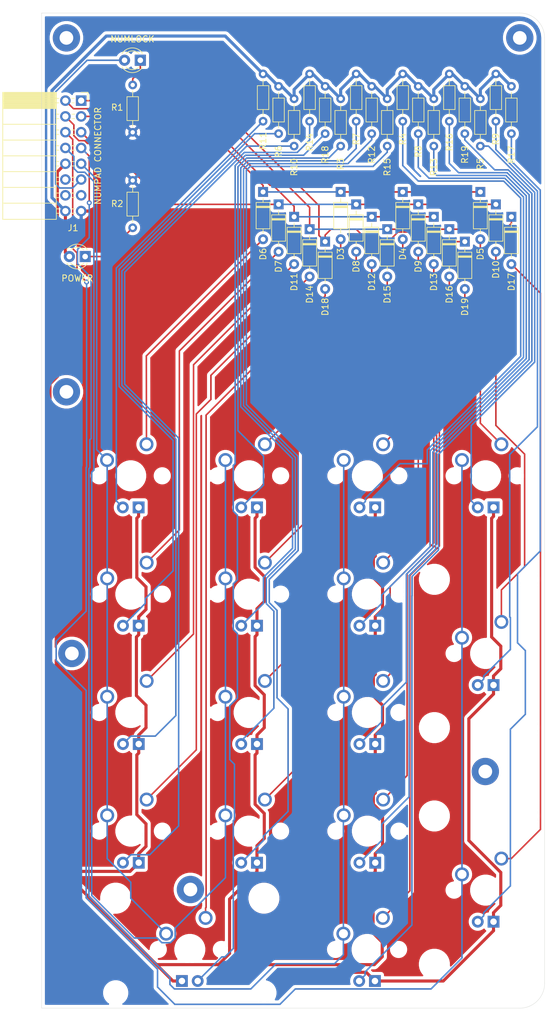
<source format=kicad_pcb>
(kicad_pcb (version 20171130) (host pcbnew "(5.1.5)-3")
  (layers (0 F.Cu signal) (31 B.Cu signal) (34 B.Paste user) (35 F.Paste user) (36 B.SilkS user) (37 F.SilkS user) (38 B.Mask user) (39 F.Mask user) (44 Edge.Cuts user))
  (net 0 "")
  (net 1 NUMLOCK)
  (net 2 "Net-(D1-Pad1)")
  (net 3 +5V)
  (net 4 "Net-(D2-Pad1)")
  (net 5 "Net-(D3-Pad2)")
  (net 6 row0)
  (net 7 "Net-(D4-Pad2)")
  (net 8 "Net-(D5-Pad2)")
  (net 9 "Net-(D6-Pad2)")
  (net 10 "Net-(D7-Pad2)")
  (net 11 row1)
  (net 12 "Net-(D8-Pad2)")
  (net 13 "Net-(D9-Pad2)")
  (net 14 "Net-(D10-Pad2)")
  (net 15 "Net-(D11-Pad2)")
  (net 16 row2)
  (net 17 "Net-(D12-Pad2)")
  (net 18 "Net-(D13-Pad2)")
  (net 19 "Net-(D14-Pad2)")
  (net 20 row3)
  (net 21 "Net-(D15-Pad2)")
  (net 22 "Net-(D16-Pad2)")
  (net 23 "Net-(D17-Pad2)")
  (net 24 "Net-(D18-Pad2)")
  (net 25 row4)
  (net 26 "Net-(D19-Pad2)")
  (net 27 GND)
  (net 28 "Net-(J1-Pad14)")
  (net 29 "Net-(J1-Pad13)")
  (net 30 "Net-(J1-Pad12)")
  (net 31 LEDGND)
  (net 32 col16)
  (net 33 col17)
  (net 34 col18)
  (net 35 col19)
  (net 36 "Net-(MX1-Pad3)")
  (net 37 "Net-(MX2-Pad3)")
  (net 38 "Net-(MX3-Pad3)")
  (net 39 "Net-(MX4-Pad3)")
  (net 40 "Net-(MX5-Pad3)")
  (net 41 "Net-(MX6-Pad3)")
  (net 42 "Net-(MX7-Pad3)")
  (net 43 "Net-(MX8-Pad3)")
  (net 44 "Net-(MX9-Pad3)")
  (net 45 "Net-(MX10-Pad3)")
  (net 46 "Net-(MX11-Pad3)")
  (net 47 "Net-(MX12-Pad3)")
  (net 48 "Net-(MX13-Pad3)")
  (net 49 "Net-(MX14-Pad3)")
  (net 50 "Net-(MX15-Pad3)")
  (net 51 "Net-(MX16-Pad3)")
  (net 52 "Net-(MX17-Pad3)")
  (module MX_Only:MXOnly-1U (layer F.Cu) (at 96.95 100.5)
    (fp_text reference MX2)
    (fp_text value MX-LED)
    (pad "" np_thru_hole circle (at 5.08 0 48.0996) (size 1.75 1.75) (drill 1.75) (layers *.Cu *.Mask))
    (pad "" np_thru_hole circle (at -5.08 0 48.0996) (size 1.75 1.75) (drill 1.75) (layers *.Cu *.Mask))
    (pad 4 thru_hole rect (at 1.27 5.08) (size 1.905 1.905) (drill 1.04) (layers *.Cu B.Mask) (net 31 LEDGND))
    (pad 3 thru_hole circle (at -1.27 5.08) (size 1.905 1.905) (drill 1.04) (layers *.Cu B.Mask) (net 37 "Net-(MX2-Pad3)"))
    (pad 1 thru_hole circle (at -3.81 -2.54) (size 2.25 2.25) (drill 1.47) (layers *.Cu B.Mask) (net 33 col17))
    (pad "" np_thru_hole circle (at 0 0) (size 3.9878 3.9878) (drill 3.9878) (layers *.Cu *.Mask))
    (pad 2 thru_hole circle (at 2.54 -5.08) (size 2.25 2.25) (drill 1.47) (layers *.Cu B.Mask) (net 5 "Net-(D3-Pad2)"))
  )
  (module Diode_THT:D_DO-35_SOD27_P7.62mm_Horizontal (layer F.Cu) (at 131.7 62.8 270)
    (fp_text reference D19 (at 10.5 0 90) (layer F.SilkS))
    (fp_text value 1N4148)
    (pad 2 thru_hole oval (at 7.62 0 270) (size 1.6 1.6) (drill 0.8) (layers *.Cu *.Mask) (net 26 "Net-(D19-Pad2)"))
    (pad 1 thru_hole rect (at 0 0 270) (size 1.6 1.6) (drill 0.8) (layers *.Cu *.Mask) (net 25 row4))
  )
  (module Diode_THT:D_DO-35_SOD27_P7.62mm_Horizontal (layer F.Cu) (at 126.7 58.8 270)
    (fp_text reference D13 (at 10.5 0 90) (layer F.SilkS))
    (fp_text value 1N4148)
    (pad 2 thru_hole oval (at 7.62 0 270) (size 1.6 1.6) (drill 0.8) (layers *.Cu *.Mask) (net 18 "Net-(D13-Pad2)"))
    (pad 1 thru_hole rect (at 0 0 270) (size 1.6 1.6) (drill 0.8) (layers *.Cu *.Mask) (net 16 row2))
  )
  (module Diode_THT:D_DO-35_SOD27_P7.62mm_Horizontal (layer F.Cu) (at 124.2 56.8 270)
    (fp_text reference D9 (at 10 0 90) (layer F.SilkS))
    (fp_text value 1N4148)
    (pad 2 thru_hole oval (at 7.62 0 270) (size 1.6 1.6) (drill 0.8) (layers *.Cu *.Mask) (net 13 "Net-(D9-Pad2)"))
    (pad 1 thru_hole rect (at 0 0 270) (size 1.6 1.6) (drill 0.8) (layers *.Cu *.Mask) (net 11 row1))
  )
  (module Diode_THT:D_DO-35_SOD27_P7.62mm_Horizontal (layer F.Cu) (at 134.2 54.8 270)
    (fp_text reference D5 (at 10 0 90) (layer F.SilkS))
    (fp_text value 1N4148)
    (pad 2 thru_hole oval (at 7.62 0 270) (size 1.6 1.6) (drill 0.8) (layers *.Cu *.Mask) (net 8 "Net-(D5-Pad2)"))
    (pad 1 thru_hole rect (at 0 0 270) (size 1.6 1.6) (drill 0.8) (layers *.Cu *.Mask) (net 6 row0))
  )
  (module Diode_THT:D_DO-35_SOD27_P7.62mm_Horizontal (layer F.Cu) (at 109.2 62.8 270)
    (fp_text reference D18 (at 10.5 0 90) (layer F.SilkS))
    (fp_text value 1N4148)
    (pad 2 thru_hole oval (at 7.62 0 270) (size 1.6 1.6) (drill 0.8) (layers *.Cu *.Mask) (net 24 "Net-(D18-Pad2)"))
    (pad 1 thru_hole rect (at 0 0 270) (size 1.6 1.6) (drill 0.8) (layers *.Cu *.Mask) (net 25 row4))
  )
  (module Diode_THT:D_DO-35_SOD27_P7.62mm_Horizontal (layer F.Cu) (at 129.2 60.8 270)
    (fp_text reference D16 (at 10.5 0 90) (layer F.SilkS))
    (fp_text value 1N4148)
    (pad 2 thru_hole oval (at 7.62 0 270) (size 1.6 1.6) (drill 0.8) (layers *.Cu *.Mask) (net 22 "Net-(D16-Pad2)"))
    (pad 1 thru_hole rect (at 0 0 270) (size 1.6 1.6) (drill 0.8) (layers *.Cu *.Mask) (net 20 row3))
  )
  (module Diode_THT:D_DO-35_SOD27_P7.62mm_Horizontal (layer F.Cu) (at 104.2 58.8 270)
    (fp_text reference D11 (at 10.5 0 90) (layer F.SilkS))
    (fp_text value 1N4148)
    (pad 2 thru_hole oval (at 7.62 0 270) (size 1.6 1.6) (drill 0.8) (layers *.Cu *.Mask) (net 15 "Net-(D11-Pad2)"))
    (pad 1 thru_hole rect (at 0 0 270) (size 1.6 1.6) (drill 0.8) (layers *.Cu *.Mask) (net 16 row2))
  )
  (module Diode_THT:D_DO-35_SOD27_P7.62mm_Horizontal (layer F.Cu) (at 114.2 56.8 270)
    (fp_text reference D8 (at 10 0 90) (layer F.SilkS))
    (fp_text value 1N4148)
    (pad 2 thru_hole oval (at 7.62 0 270) (size 1.6 1.6) (drill 0.8) (layers *.Cu *.Mask) (net 12 "Net-(D8-Pad2)"))
    (pad 1 thru_hole rect (at 0 0 270) (size 1.6 1.6) (drill 0.8) (layers *.Cu *.Mask) (net 11 row1))
  )
  (module Diode_THT:D_DO-35_SOD27_P7.62mm_Horizontal (layer F.Cu) (at 99.2 54.8 270)
    (fp_text reference D6 (at 10 0 90) (layer F.SilkS))
    (fp_text value 1N4148)
    (pad 2 thru_hole oval (at 7.62 0 270) (size 1.6 1.6) (drill 0.8) (layers *.Cu *.Mask) (net 9 "Net-(D6-Pad2)"))
    (pad 1 thru_hole rect (at 0 0 270) (size 1.6 1.6) (drill 0.8) (layers *.Cu *.Mask) (net 6 row0))
  )
  (module Diode_THT:D_DO-35_SOD27_P7.62mm_Horizontal (layer F.Cu) (at 106.7 60.8 270)
    (fp_text reference D14 (at 10.5 0 90) (layer F.SilkS))
    (fp_text value 1N4148)
    (pad 2 thru_hole oval (at 7.62 0 270) (size 1.6 1.6) (drill 0.8) (layers *.Cu *.Mask) (net 19 "Net-(D14-Pad2)"))
    (pad 1 thru_hole rect (at 0 0 270) (size 1.6 1.6) (drill 0.8) (layers *.Cu *.Mask) (net 20 row3))
  )
  (module Diode_THT:D_DO-35_SOD27_P7.62mm_Horizontal (layer F.Cu) (at 139.2 58.8 270)
    (fp_text reference D17 (at 10.5 0 90) (layer F.SilkS))
    (fp_text value 1N4148)
    (pad 2 thru_hole oval (at 7.62 0 270) (size 1.6 1.6) (drill 0.8) (layers *.Cu *.Mask) (net 23 "Net-(D17-Pad2)"))
    (pad 1 thru_hole rect (at 0 0 270) (size 1.6 1.6) (drill 0.8) (layers *.Cu *.Mask) (net 20 row3))
  )
  (module Diode_THT:D_DO-35_SOD27_P7.62mm_Horizontal (layer F.Cu) (at 121.7 54.8 270)
    (fp_text reference D4 (at 10 0 90) (layer F.SilkS))
    (fp_text value 1N4148)
    (pad 2 thru_hole oval (at 7.62 0 270) (size 1.6 1.6) (drill 0.8) (layers *.Cu *.Mask) (net 7 "Net-(D4-Pad2)"))
    (pad 1 thru_hole rect (at 0 0 270) (size 1.6 1.6) (drill 0.8) (layers *.Cu *.Mask) (net 6 row0))
  )
  (module Diode_THT:D_DO-35_SOD27_P7.62mm_Horizontal (layer F.Cu) (at 101.7 56.8 270)
    (fp_text reference D7 (at 10 0 90) (layer F.SilkS))
    (fp_text value 1N4148)
    (pad 2 thru_hole oval (at 7.62 0 270) (size 1.6 1.6) (drill 0.8) (layers *.Cu *.Mask) (net 10 "Net-(D7-Pad2)"))
    (pad 1 thru_hole rect (at 0 0 270) (size 1.6 1.6) (drill 0.8) (layers *.Cu *.Mask) (net 11 row1))
  )
  (module Diode_THT:D_DO-35_SOD27_P7.62mm_Horizontal (layer F.Cu) (at 111.7 54.8 270)
    (fp_text reference D3 (at 10 0 90) (layer F.SilkS))
    (fp_text value 1N4148)
    (pad 2 thru_hole oval (at 7.62 0 270) (size 1.6 1.6) (drill 0.8) (layers *.Cu *.Mask) (net 5 "Net-(D3-Pad2)"))
    (pad 1 thru_hole rect (at 0 0 270) (size 1.6 1.6) (drill 0.8) (layers *.Cu *.Mask) (net 6 row0))
  )
  (module Diode_THT:D_DO-35_SOD27_P7.62mm_Horizontal (layer F.Cu) (at 136.7 56.8 270)
    (fp_text reference D10 (at 10.5 0 90) (layer F.SilkS))
    (fp_text value 1N4148)
    (pad 2 thru_hole oval (at 7.62 0 270) (size 1.6 1.6) (drill 0.8) (layers *.Cu *.Mask) (net 14 "Net-(D10-Pad2)"))
    (pad 1 thru_hole rect (at 0 0 270) (size 1.6 1.6) (drill 0.8) (layers *.Cu *.Mask) (net 11 row1))
  )
  (module Diode_THT:D_DO-35_SOD27_P7.62mm_Horizontal (layer F.Cu) (at 116.7 58.8 270)
    (fp_text reference D12 (at 10.5 0 90) (layer F.SilkS))
    (fp_text value 1N4148)
    (pad 2 thru_hole oval (at 7.62 0 270) (size 1.6 1.6) (drill 0.8) (layers *.Cu *.Mask) (net 17 "Net-(D12-Pad2)"))
    (pad 1 thru_hole rect (at 0 0 270) (size 1.6 1.6) (drill 0.8) (layers *.Cu *.Mask) (net 16 row2))
  )
  (module Diode_THT:D_DO-35_SOD27_P7.62mm_Horizontal (layer F.Cu) (at 119.2 60.8 270)
    (fp_text reference D15 (at 10.5 0 90) (layer F.SilkS))
    (fp_text value 1N4148)
    (pad 2 thru_hole oval (at 7.62 0 270) (size 1.6 1.6) (drill 0.8) (layers *.Cu *.Mask) (net 21 "Net-(D15-Pad2)"))
    (pad 1 thru_hole rect (at 0 0 270) (size 1.6 1.6) (drill 0.8) (layers *.Cu *.Mask) (net 20 row3))
  )
  (module Resistor_THT:R_Axial_DIN0204_L3.6mm_D1.6mm_P7.62mm_Horizontal (layer F.Cu) (at 78.2 45.2 90)
    (fp_text reference R1 (at 4 -2.5 180) (layer F.SilkS))
    (fp_text value 1.5k)
    (pad 2 thru_hole oval (at 7.62 0 90) (size 1.4 1.4) (drill 0.7) (layers *.Cu *.Mask) (net 2 "Net-(D1-Pad1)"))
    (pad 1 thru_hole circle (at 0 0 90) (size 1.4 1.4) (drill 0.7) (layers *.Cu *.Mask) (net 27 GND))
  )
  (module MountingHole:MountingHole_2.2mm_M2_Pad (layer F.Cu) (at 67.525 30)
    (fp_text reference REF** hide)
    (fp_text value MountingHole_2.2mm_M2_Pad)
    (pad 1 thru_hole circle (at 0 0) (size 4.4 4.4) (drill 2.2) (layers *.Cu *.Mask))
  )
  (module MountingHole:MountingHole_2.2mm_M2_Pad (layer F.Cu) (at 68.4 129.1)
    (fp_text reference REF** hide)
    (fp_text value MountingHole_2.2mm_M2_Pad)
    (pad 1 thru_hole circle (at 0 0) (size 4.4 4.4) (drill 2.2) (layers *.Cu *.Mask))
  )
  (module MountingHole:MountingHole_2.2mm_M2_Pad (layer F.Cu) (at 87.5 167.1)
    (fp_text reference REF** hide)
    (fp_text value MountingHole_2.2mm_M2_Pad)
    (pad 1 thru_hole circle (at 0 0) (size 4.4 4.4) (drill 2.2) (layers *.Cu *.Mask))
  )
  (module MountingHole:MountingHole_2.2mm_M2_Pad (layer F.Cu) (at 135 148.1)
    (fp_text reference REF** hide)
    (fp_text value MountingHole_2.2mm_M2_Pad)
    (pad 1 thru_hole circle (at 0 0) (size 4.4 4.4) (drill 2.2) (layers *.Cu *.Mask))
  )
  (module MountingHole:MountingHole_2.2mm_M2_Pad (layer F.Cu) (at 67.525 86.975)
    (fp_text reference REF** hide)
    (fp_text value MountingHole_2.2mm_M2_Pad)
    (pad 1 thru_hole circle (at 0 0) (size 4.4 4.4) (drill 2.2) (layers *.Cu *.Mask))
  )
  (module MountingHole:MountingHole_2.2mm_M2_Pad (layer F.Cu) (at 140.55 30)
    (fp_text reference REF** hide)
    (fp_text value MountingHole_2.2mm_M2_Pad)
    (pad 1 thru_hole circle (at 0 0) (size 4.4 4.4) (drill 2.2) (layers *.Cu *.Mask))
  )
  (module Resistor_THT:R_Axial_DIN0204_L3.6mm_D1.6mm_P7.62mm_Horizontal (layer F.Cu) (at 131.7 45.42 90)
    (fp_text reference R19 (at -3.38 0 90) (layer F.SilkS))
    (fp_text value 470)
    (pad 2 thru_hole oval (at 7.62 0 90) (size 1.4 1.4) (drill 0.7) (layers *.Cu *.Mask) (net 3 +5V))
    (pad 1 thru_hole circle (at 0 0 90) (size 1.4 1.4) (drill 0.7) (layers *.Cu *.Mask) (net 52 "Net-(MX17-Pad3)"))
  )
  (module Resistor_THT:R_Axial_DIN0204_L3.6mm_D1.6mm_P7.62mm_Horizontal (layer F.Cu) (at 109.2 45.42 90)
    (fp_text reference R18 (at -3.38 0 90) (layer F.SilkS))
    (fp_text value 470)
    (pad 2 thru_hole oval (at 7.62 0 90) (size 1.4 1.4) (drill 0.7) (layers *.Cu *.Mask) (net 3 +5V))
    (pad 1 thru_hole circle (at 0 0 90) (size 1.4 1.4) (drill 0.7) (layers *.Cu *.Mask) (net 51 "Net-(MX16-Pad3)"))
  )
  (module Resistor_THT:R_Axial_DIN0204_L3.6mm_D1.6mm_P7.62mm_Horizontal (layer F.Cu) (at 139.2 45.42 90)
    (fp_text reference R17 (at -3.38 0 90) (layer F.SilkS))
    (fp_text value 470)
    (pad 2 thru_hole oval (at 7.62 0 90) (size 1.4 1.4) (drill 0.7) (layers *.Cu *.Mask) (net 3 +5V))
    (pad 1 thru_hole circle (at 0 0 90) (size 1.4 1.4) (drill 0.7) (layers *.Cu *.Mask) (net 50 "Net-(MX15-Pad3)"))
  )
  (module Resistor_THT:R_Axial_DIN0204_L3.6mm_D1.6mm_P7.62mm_Horizontal (layer F.Cu) (at 129.2 43.42 90)
    (fp_text reference R16 (at -3.38 0 90) (layer F.SilkS))
    (fp_text value 470)
    (pad 2 thru_hole oval (at 7.62 0 90) (size 1.4 1.4) (drill 0.7) (layers *.Cu *.Mask) (net 3 +5V))
    (pad 1 thru_hole circle (at 0 0 90) (size 1.4 1.4) (drill 0.7) (layers *.Cu *.Mask) (net 49 "Net-(MX14-Pad3)"))
  )
  (module Resistor_THT:R_Axial_DIN0204_L3.6mm_D1.6mm_P7.62mm_Horizontal (layer F.Cu) (at 119.2 47.42 90)
    (fp_text reference R15 (at -3.38 0 90) (layer F.SilkS))
    (fp_text value 470)
    (pad 2 thru_hole oval (at 7.62 0 90) (size 1.4 1.4) (drill 0.7) (layers *.Cu *.Mask) (net 3 +5V))
    (pad 1 thru_hole circle (at 0 0 90) (size 1.4 1.4) (drill 0.7) (layers *.Cu *.Mask) (net 48 "Net-(MX13-Pad3)"))
  )
  (module Resistor_THT:R_Axial_DIN0204_L3.6mm_D1.6mm_P7.62mm_Horizontal (layer F.Cu) (at 106.7 43.42 90)
    (fp_text reference R14 (at -3.38 0 90) (layer F.SilkS))
    (fp_text value 470)
    (pad 2 thru_hole oval (at 7.62 0 90) (size 1.4 1.4) (drill 0.7) (layers *.Cu *.Mask) (net 3 +5V))
    (pad 1 thru_hole circle (at 0 0 90) (size 1.4 1.4) (drill 0.7) (layers *.Cu *.Mask) (net 47 "Net-(MX12-Pad3)"))
  )
  (module Resistor_THT:R_Axial_DIN0204_L3.6mm_D1.6mm_P7.62mm_Horizontal (layer F.Cu) (at 126.7 47.42 90)
    (fp_text reference R13 (at -3.38 0 90) (layer F.SilkS))
    (fp_text value 470)
    (pad 2 thru_hole oval (at 7.62 0 90) (size 1.4 1.4) (drill 0.7) (layers *.Cu *.Mask) (net 3 +5V))
    (pad 1 thru_hole circle (at 0 0 90) (size 1.4 1.4) (drill 0.7) (layers *.Cu *.Mask) (net 46 "Net-(MX11-Pad3)"))
  )
  (module Resistor_THT:R_Axial_DIN0204_L3.6mm_D1.6mm_P7.62mm_Horizontal (layer F.Cu) (at 116.7 45.42 90)
    (fp_text reference R12 (at -3.38 0 90) (layer F.SilkS))
    (fp_text value 470)
    (pad 2 thru_hole oval (at 7.62 0 90) (size 1.4 1.4) (drill 0.7) (layers *.Cu *.Mask) (net 3 +5V))
    (pad 1 thru_hole circle (at 0 0 90) (size 1.4 1.4) (drill 0.7) (layers *.Cu *.Mask) (net 45 "Net-(MX10-Pad3)"))
  )
  (module Resistor_THT:R_Axial_DIN0204_L3.6mm_D1.6mm_P7.62mm_Horizontal (layer F.Cu) (at 99.2 43.42 90)
    (fp_text reference R11 (at -3.18 0 90) (layer F.SilkS))
    (fp_text value 470)
    (pad 2 thru_hole oval (at 7.62 0 90) (size 1.4 1.4) (drill 0.7) (layers *.Cu *.Mask) (net 3 +5V))
    (pad 1 thru_hole circle (at 0 0 90) (size 1.4 1.4) (drill 0.7) (layers *.Cu *.Mask) (net 36 "Net-(MX1-Pad3)"))
  )
  (module Resistor_THT:R_Axial_DIN0204_L3.6mm_D1.6mm_P7.62mm_Horizontal (layer F.Cu) (at 104.2 47.42 90)
    (fp_text reference R10 (at -3.38 0 90) (layer F.SilkS))
    (fp_text value 470)
    (pad 2 thru_hole oval (at 7.62 0 90) (size 1.4 1.4) (drill 0.7) (layers *.Cu *.Mask) (net 3 +5V))
    (pad 1 thru_hole circle (at 0 0 90) (size 1.4 1.4) (drill 0.7) (layers *.Cu *.Mask) (net 44 "Net-(MX9-Pad3)"))
  )
  (module Resistor_THT:R_Axial_DIN0204_L3.6mm_D1.6mm_P7.62mm_Horizontal (layer F.Cu) (at 136.7 43.42 90)
    (fp_text reference R9 (at -2.88 0 90) (layer F.SilkS))
    (fp_text value 470)
    (pad 2 thru_hole oval (at 7.62 0 90) (size 1.4 1.4) (drill 0.7) (layers *.Cu *.Mask) (net 3 +5V))
    (pad 1 thru_hole circle (at 0 0 90) (size 1.4 1.4) (drill 0.7) (layers *.Cu *.Mask) (net 43 "Net-(MX8-Pad3)"))
  )
  (module Resistor_THT:R_Axial_DIN0204_L3.6mm_D1.6mm_P7.62mm_Horizontal (layer F.Cu) (at 124.2 45.42 90)
    (fp_text reference R8 (at -2.88 0 90) (layer F.SilkS))
    (fp_text value 470)
    (pad 2 thru_hole oval (at 7.62 0 90) (size 1.4 1.4) (drill 0.7) (layers *.Cu *.Mask) (net 3 +5V))
    (pad 1 thru_hole circle (at 0 0 90) (size 1.4 1.4) (drill 0.7) (layers *.Cu *.Mask) (net 42 "Net-(MX7-Pad3)"))
  )
  (module Resistor_THT:R_Axial_DIN0204_L3.6mm_D1.6mm_P7.62mm_Horizontal (layer F.Cu) (at 114.2 43.42 90)
    (fp_text reference R7 (at -2.88 0 90) (layer F.SilkS))
    (fp_text value 470)
    (pad 2 thru_hole oval (at 7.62 0 90) (size 1.4 1.4) (drill 0.7) (layers *.Cu *.Mask) (net 3 +5V))
    (pad 1 thru_hole circle (at 0 0 90) (size 1.4 1.4) (drill 0.7) (layers *.Cu *.Mask) (net 41 "Net-(MX6-Pad3)"))
  )
  (module Resistor_THT:R_Axial_DIN0204_L3.6mm_D1.6mm_P7.62mm_Horizontal (layer F.Cu) (at 101.7 45.42 90)
    (fp_text reference R6 (at -2.88 0 90) (layer F.SilkS))
    (fp_text value 470)
    (pad 2 thru_hole oval (at 7.62 0 90) (size 1.4 1.4) (drill 0.7) (layers *.Cu *.Mask) (net 3 +5V))
    (pad 1 thru_hole circle (at 0 0 90) (size 1.4 1.4) (drill 0.7) (layers *.Cu *.Mask) (net 40 "Net-(MX5-Pad3)"))
  )
  (module Resistor_THT:R_Axial_DIN0204_L3.6mm_D1.6mm_P7.62mm_Horizontal (layer F.Cu) (at 134.2 47.42 90)
    (fp_text reference R5 (at -2.88 0 90) (layer F.SilkS))
    (fp_text value 470)
    (pad 2 thru_hole oval (at 7.62 0 90) (size 1.4 1.4) (drill 0.7) (layers *.Cu *.Mask) (net 3 +5V))
    (pad 1 thru_hole circle (at 0 0 90) (size 1.4 1.4) (drill 0.7) (layers *.Cu *.Mask) (net 39 "Net-(MX4-Pad3)"))
  )
  (module Resistor_THT:R_Axial_DIN0204_L3.6mm_D1.6mm_P7.62mm_Horizontal (layer F.Cu) (at 121.7 43.42 90)
    (fp_text reference R4 (at -2.88 0 90) (layer F.SilkS))
    (fp_text value 470)
    (pad 2 thru_hole oval (at 7.62 0 90) (size 1.4 1.4) (drill 0.7) (layers *.Cu *.Mask) (net 3 +5V))
    (pad 1 thru_hole circle (at 0 0 90) (size 1.4 1.4) (drill 0.7) (layers *.Cu *.Mask) (net 38 "Net-(MX3-Pad3)"))
  )
  (module Resistor_THT:R_Axial_DIN0204_L3.6mm_D1.6mm_P7.62mm_Horizontal (layer F.Cu) (at 111.7 47.42 90)
    (fp_text reference R3 (at -2.88 0 90) (layer F.SilkS))
    (fp_text value 470)
    (pad 2 thru_hole oval (at 7.62 0 90) (size 1.4 1.4) (drill 0.7) (layers *.Cu *.Mask) (net 3 +5V))
    (pad 1 thru_hole circle (at 0 0 90) (size 1.4 1.4) (drill 0.7) (layers *.Cu *.Mask) (net 37 "Net-(MX2-Pad3)"))
  )
  (module Resistor_THT:R_Axial_DIN0204_L3.6mm_D1.6mm_P7.62mm_Horizontal (layer F.Cu) (at 78.2 52.95 270)
    (fp_text reference R2 (at 3.75 2.5 180) (layer F.SilkS))
    (fp_text value 1.5k)
    (pad 2 thru_hole oval (at 7.62 0 270) (size 1.4 1.4) (drill 0.7) (layers *.Cu *.Mask) (net 4 "Net-(D2-Pad1)"))
    (pad 1 thru_hole circle (at 0 0 270) (size 1.4 1.4) (drill 0.7) (layers *.Cu *.Mask) (net 27 GND))
  )
  (module MX_Only:MXOnly-1U (layer F.Cu) (at 115.95 176.75)
    (fp_text reference MX17)
    (fp_text value MX-LED)
    (pad "" np_thru_hole circle (at 5.08 0 48.0996) (size 1.75 1.75) (drill 1.75) (layers *.Cu *.Mask))
    (pad "" np_thru_hole circle (at -5.08 0 48.0996) (size 1.75 1.75) (drill 1.75) (layers *.Cu *.Mask))
    (pad 4 thru_hole rect (at 1.27 5.08) (size 1.905 1.905) (drill 1.04) (layers *.Cu B.Mask) (net 31 LEDGND))
    (pad 3 thru_hole circle (at -1.27 5.08) (size 1.905 1.905) (drill 1.04) (layers *.Cu B.Mask) (net 52 "Net-(MX17-Pad3)"))
    (pad 1 thru_hole circle (at -3.81 -2.54) (size 2.25 2.25) (drill 1.47) (layers *.Cu B.Mask) (net 34 col18))
    (pad "" np_thru_hole circle (at 0 0) (size 3.9878 3.9878) (drill 3.9878) (layers *.Cu *.Mask))
    (pad 2 thru_hole circle (at 2.54 -5.08) (size 2.25 2.25) (drill 1.47) (layers *.Cu B.Mask) (net 26 "Net-(D19-Pad2)"))
  )
  (module MX_Only:MXOnly-2U-FLIPPED-ReversedStabilizers (layer F.Cu) (at 87.4 176.75)
    (fp_text reference MX16)
    (fp_text value MX-LED)
    (pad "" np_thru_hole circle (at 11.938 -8.255) (size 3.9878 3.9878) (drill 3.9878) (layers *.Cu *.Mask))
    (pad "" np_thru_hole circle (at -11.938 -8.255) (size 3.9878 3.9878) (drill 3.9878) (layers *.Cu *.Mask))
    (pad "" np_thru_hole circle (at 11.938 6.985) (size 3.048 3.048) (drill 3.048) (layers *.Cu *.Mask))
    (pad "" np_thru_hole circle (at -11.938 6.985) (size 3.048 3.048) (drill 3.048) (layers *.Cu *.Mask))
    (pad "" np_thru_hole circle (at 5.08 0 48.0996) (size 1.75 1.75) (drill 1.75) (layers *.Cu *.Mask))
    (pad "" np_thru_hole circle (at -5.08 0 48.0996) (size 1.75 1.75) (drill 1.75) (layers *.Cu *.Mask))
    (pad 4 thru_hole rect (at -1.27 5.08) (size 1.905 1.905) (drill 1.04) (layers *.Cu B.Mask) (net 31 LEDGND))
    (pad 3 thru_hole circle (at 1.27 5.08) (size 1.905 1.905) (drill 1.04) (layers *.Cu B.Mask) (net 51 "Net-(MX16-Pad3)"))
    (pad 1 thru_hole circle (at -3.81 -2.54) (size 2.25 2.25) (drill 1.47) (layers *.Cu B.Mask) (net 32 col16))
    (pad "" np_thru_hole circle (at 0 0) (size 3.9878 3.9878) (drill 3.9878) (layers *.Cu *.Mask))
    (pad 2 thru_hole circle (at 2.54 -5.08) (size 2.25 2.25) (drill 1.47) (layers *.Cu B.Mask) (net 24 "Net-(D18-Pad2)"))
  )
  (module MX_Only:MXOnly-2U-ReversedVerticalStabilizers (layer F.Cu) (at 135.05 167.2)
    (fp_text reference MX15)
    (fp_text value MX-LED hide)
    (pad 3 thru_hole circle (at -1.27 5.08) (size 1.905 1.905) (drill 1.04) (layers *.Cu B.Mask) (net 50 "Net-(MX15-Pad3)"))
    (pad 4 thru_hole rect (at 1.27 5.08) (size 1.905 1.905) (drill 1.04) (layers *.Cu B.Mask) (net 31 LEDGND))
    (pad 1 thru_hole circle (at -3.81 -2.54) (size 2.25 2.25) (drill 1.47) (layers *.Cu B.Mask) (net 35 col19))
    (pad "" np_thru_hole circle (at 0 0) (size 3.9878 3.9878) (drill 3.9878) (layers *.Cu *.Mask))
    (pad "" np_thru_hole circle (at 5.08 0 48.0996) (size 1.75 1.75) (drill 1.75) (layers *.Cu *.Mask))
    (pad "" np_thru_hole circle (at -8.255 -11.938 90) (size 3.9878 3.9878) (drill 3.9878) (layers *.Cu *.Mask))
    (pad 2 thru_hole circle (at 2.54 -5.08) (size 2.25 2.25) (drill 1.47) (layers *.Cu B.Mask) (net 23 "Net-(D17-Pad2)"))
    (pad "" np_thru_hole circle (at 6.985 -11.938 180) (size 3.048 3.048) (drill 3.048) (layers *.Cu *.Mask))
    (pad "" np_thru_hole circle (at -8.255 11.938 90) (size 3.9878 3.9878) (drill 3.9878) (layers *.Cu *.Mask))
    (pad "" np_thru_hole circle (at -5.08 0 48.0996) (size 1.75 1.75) (drill 1.75) (layers *.Cu *.Mask))
    (pad "" np_thru_hole circle (at 6.985 11.938 90) (size 3.048 3.048) (drill 3.048) (layers *.Cu *.Mask))
  )
  (module MX_Only:MXOnly-1U (layer F.Cu) (at 116 157.7)
    (fp_text reference MX14)
    (fp_text value MX-LED)
    (pad "" np_thru_hole circle (at 5.08 0 48.0996) (size 1.75 1.75) (drill 1.75) (layers *.Cu *.Mask))
    (pad "" np_thru_hole circle (at -5.08 0 48.0996) (size 1.75 1.75) (drill 1.75) (layers *.Cu *.Mask))
    (pad 4 thru_hole rect (at 1.27 5.08) (size 1.905 1.905) (drill 1.04) (layers *.Cu B.Mask) (net 31 LEDGND))
    (pad 3 thru_hole circle (at -1.27 5.08) (size 1.905 1.905) (drill 1.04) (layers *.Cu B.Mask) (net 49 "Net-(MX14-Pad3)"))
    (pad 1 thru_hole circle (at -3.81 -2.54) (size 2.25 2.25) (drill 1.47) (layers *.Cu B.Mask) (net 34 col18))
    (pad "" np_thru_hole circle (at 0 0) (size 3.9878 3.9878) (drill 3.9878) (layers *.Cu *.Mask))
    (pad 2 thru_hole circle (at 2.54 -5.08) (size 2.25 2.25) (drill 1.47) (layers *.Cu B.Mask) (net 22 "Net-(D16-Pad2)"))
  )
  (module MX_Only:MXOnly-1U (layer F.Cu) (at 96.95 157.7)
    (fp_text reference MX13)
    (fp_text value MX-LED)
    (pad "" np_thru_hole circle (at 5.08 0 48.0996) (size 1.75 1.75) (drill 1.75) (layers *.Cu *.Mask))
    (pad "" np_thru_hole circle (at -5.08 0 48.0996) (size 1.75 1.75) (drill 1.75) (layers *.Cu *.Mask))
    (pad 4 thru_hole rect (at 1.27 5.08) (size 1.905 1.905) (drill 1.04) (layers *.Cu B.Mask) (net 31 LEDGND))
    (pad 3 thru_hole circle (at -1.27 5.08) (size 1.905 1.905) (drill 1.04) (layers *.Cu B.Mask) (net 48 "Net-(MX13-Pad3)"))
    (pad 1 thru_hole circle (at -3.81 -2.54) (size 2.25 2.25) (drill 1.47) (layers *.Cu B.Mask) (net 33 col17))
    (pad "" np_thru_hole circle (at 0 0) (size 3.9878 3.9878) (drill 3.9878) (layers *.Cu *.Mask))
    (pad 2 thru_hole circle (at 2.54 -5.08) (size 2.25 2.25) (drill 1.47) (layers *.Cu B.Mask) (net 21 "Net-(D15-Pad2)"))
  )
  (module MX_Only:MXOnly-1U (layer F.Cu) (at 77.9 157.7)
    (fp_text reference MX12)
    (fp_text value MX-LED)
    (pad "" np_thru_hole circle (at 5.08 0 48.0996) (size 1.75 1.75) (drill 1.75) (layers *.Cu *.Mask))
    (pad "" np_thru_hole circle (at -5.08 0 48.0996) (size 1.75 1.75) (drill 1.75) (layers *.Cu *.Mask))
    (pad 4 thru_hole rect (at 1.27 5.08) (size 1.905 1.905) (drill 1.04) (layers *.Cu B.Mask) (net 31 LEDGND))
    (pad 3 thru_hole circle (at -1.27 5.08) (size 1.905 1.905) (drill 1.04) (layers *.Cu B.Mask) (net 47 "Net-(MX12-Pad3)"))
    (pad 1 thru_hole circle (at -3.81 -2.54) (size 2.25 2.25) (drill 1.47) (layers *.Cu B.Mask) (net 32 col16))
    (pad "" np_thru_hole circle (at 0 0) (size 3.9878 3.9878) (drill 3.9878) (layers *.Cu *.Mask))
    (pad 2 thru_hole circle (at 2.54 -5.08) (size 2.25 2.25) (drill 1.47) (layers *.Cu B.Mask) (net 19 "Net-(D14-Pad2)"))
  )
  (module MX_Only:MXOnly-1U (layer F.Cu) (at 116 138.6)
    (fp_text reference MX11)
    (fp_text value MX-LED)
    (pad "" np_thru_hole circle (at 5.08 0 48.0996) (size 1.75 1.75) (drill 1.75) (layers *.Cu *.Mask))
    (pad "" np_thru_hole circle (at -5.08 0 48.0996) (size 1.75 1.75) (drill 1.75) (layers *.Cu *.Mask))
    (pad 4 thru_hole rect (at 1.27 5.08) (size 1.905 1.905) (drill 1.04) (layers *.Cu B.Mask) (net 31 LEDGND))
    (pad 3 thru_hole circle (at -1.27 5.08) (size 1.905 1.905) (drill 1.04) (layers *.Cu B.Mask) (net 46 "Net-(MX11-Pad3)"))
    (pad 1 thru_hole circle (at -3.81 -2.54) (size 2.25 2.25) (drill 1.47) (layers *.Cu B.Mask) (net 34 col18))
    (pad "" np_thru_hole circle (at 0 0) (size 3.9878 3.9878) (drill 3.9878) (layers *.Cu *.Mask))
    (pad 2 thru_hole circle (at 2.54 -5.08) (size 2.25 2.25) (drill 1.47) (layers *.Cu B.Mask) (net 18 "Net-(D13-Pad2)"))
  )
  (module MX_Only:MXOnly-1U (layer F.Cu) (at 96.95 138.6)
    (fp_text reference MX10)
    (fp_text value MX-LED)
    (pad "" np_thru_hole circle (at 5.08 0 48.0996) (size 1.75 1.75) (drill 1.75) (layers *.Cu *.Mask))
    (pad "" np_thru_hole circle (at -5.08 0 48.0996) (size 1.75 1.75) (drill 1.75) (layers *.Cu *.Mask))
    (pad 4 thru_hole rect (at 1.27 5.08) (size 1.905 1.905) (drill 1.04) (layers *.Cu B.Mask) (net 31 LEDGND))
    (pad 3 thru_hole circle (at -1.27 5.08) (size 1.905 1.905) (drill 1.04) (layers *.Cu B.Mask) (net 45 "Net-(MX10-Pad3)"))
    (pad 1 thru_hole circle (at -3.81 -2.54) (size 2.25 2.25) (drill 1.47) (layers *.Cu B.Mask) (net 33 col17))
    (pad "" np_thru_hole circle (at 0 0) (size 3.9878 3.9878) (drill 3.9878) (layers *.Cu *.Mask))
    (pad 2 thru_hole circle (at 2.54 -5.08) (size 2.25 2.25) (drill 1.47) (layers *.Cu B.Mask) (net 17 "Net-(D12-Pad2)"))
  )
  (module MX_Only:MXOnly-1U (layer F.Cu) (at 77.9 138.6)
    (fp_text reference MX9)
    (fp_text value MX-LED)
    (pad "" np_thru_hole circle (at 5.08 0 48.0996) (size 1.75 1.75) (drill 1.75) (layers *.Cu *.Mask))
    (pad "" np_thru_hole circle (at -5.08 0 48.0996) (size 1.75 1.75) (drill 1.75) (layers *.Cu *.Mask))
    (pad 4 thru_hole rect (at 1.27 5.08) (size 1.905 1.905) (drill 1.04) (layers *.Cu B.Mask) (net 31 LEDGND))
    (pad 3 thru_hole circle (at -1.27 5.08) (size 1.905 1.905) (drill 1.04) (layers *.Cu B.Mask) (net 44 "Net-(MX9-Pad3)"))
    (pad 1 thru_hole circle (at -3.81 -2.54) (size 2.25 2.25) (drill 1.47) (layers *.Cu B.Mask) (net 32 col16))
    (pad "" np_thru_hole circle (at 0 0) (size 3.9878 3.9878) (drill 3.9878) (layers *.Cu *.Mask))
    (pad 2 thru_hole circle (at 2.54 -5.08) (size 2.25 2.25) (drill 1.47) (layers *.Cu B.Mask) (net 15 "Net-(D11-Pad2)"))
  )
  (module MX_Only:MXOnly-2U-ReversedVerticalStabilizers (layer F.Cu) (at 135.05 129.1)
    (fp_text reference MX8)
    (fp_text value MX-LED hide)
    (pad 3 thru_hole circle (at -1.27 5.08) (size 1.905 1.905) (drill 1.04) (layers *.Cu B.Mask) (net 43 "Net-(MX8-Pad3)"))
    (pad 4 thru_hole rect (at 1.27 5.08) (size 1.905 1.905) (drill 1.04) (layers *.Cu B.Mask) (net 31 LEDGND))
    (pad 1 thru_hole circle (at -3.81 -2.54) (size 2.25 2.25) (drill 1.47) (layers *.Cu B.Mask) (net 35 col19))
    (pad "" np_thru_hole circle (at 0 0) (size 3.9878 3.9878) (drill 3.9878) (layers *.Cu *.Mask))
    (pad "" np_thru_hole circle (at 5.08 0 48.0996) (size 1.75 1.75) (drill 1.75) (layers *.Cu *.Mask))
    (pad "" np_thru_hole circle (at -8.255 -11.938 90) (size 3.9878 3.9878) (drill 3.9878) (layers *.Cu *.Mask))
    (pad 2 thru_hole circle (at 2.54 -5.08) (size 2.25 2.25) (drill 1.47) (layers *.Cu B.Mask) (net 14 "Net-(D10-Pad2)"))
    (pad "" np_thru_hole circle (at 6.985 -11.938 180) (size 3.048 3.048) (drill 3.048) (layers *.Cu *.Mask))
    (pad "" np_thru_hole circle (at -8.255 11.938 90) (size 3.9878 3.9878) (drill 3.9878) (layers *.Cu *.Mask))
    (pad "" np_thru_hole circle (at -5.08 0 48.0996) (size 1.75 1.75) (drill 1.75) (layers *.Cu *.Mask))
    (pad "" np_thru_hole circle (at 6.985 11.938 90) (size 3.048 3.048) (drill 3.048) (layers *.Cu *.Mask))
  )
  (module MX_Only:MXOnly-1U (layer F.Cu) (at 116 119.55)
    (fp_text reference MX7)
    (fp_text value MX-LED)
    (pad "" np_thru_hole circle (at 5.08 0 48.0996) (size 1.75 1.75) (drill 1.75) (layers *.Cu *.Mask))
    (pad "" np_thru_hole circle (at -5.08 0 48.0996) (size 1.75 1.75) (drill 1.75) (layers *.Cu *.Mask))
    (pad 4 thru_hole rect (at 1.27 5.08) (size 1.905 1.905) (drill 1.04) (layers *.Cu B.Mask) (net 31 LEDGND))
    (pad 3 thru_hole circle (at -1.27 5.08) (size 1.905 1.905) (drill 1.04) (layers *.Cu B.Mask) (net 42 "Net-(MX7-Pad3)"))
    (pad 1 thru_hole circle (at -3.81 -2.54) (size 2.25 2.25) (drill 1.47) (layers *.Cu B.Mask) (net 34 col18))
    (pad "" np_thru_hole circle (at 0 0) (size 3.9878 3.9878) (drill 3.9878) (layers *.Cu *.Mask))
    (pad 2 thru_hole circle (at 2.54 -5.08) (size 2.25 2.25) (drill 1.47) (layers *.Cu B.Mask) (net 13 "Net-(D9-Pad2)"))
  )
  (module MX_Only:MXOnly-1U (layer F.Cu) (at 96.95 119.55)
    (fp_text reference MX6)
    (fp_text value MX-LED)
    (pad "" np_thru_hole circle (at 5.08 0 48.0996) (size 1.75 1.75) (drill 1.75) (layers *.Cu *.Mask))
    (pad "" np_thru_hole circle (at -5.08 0 48.0996) (size 1.75 1.75) (drill 1.75) (layers *.Cu *.Mask))
    (pad 4 thru_hole rect (at 1.27 5.08) (size 1.905 1.905) (drill 1.04) (layers *.Cu B.Mask) (net 31 LEDGND))
    (pad 3 thru_hole circle (at -1.27 5.08) (size 1.905 1.905) (drill 1.04) (layers *.Cu B.Mask) (net 41 "Net-(MX6-Pad3)"))
    (pad 1 thru_hole circle (at -3.81 -2.54) (size 2.25 2.25) (drill 1.47) (layers *.Cu B.Mask) (net 33 col17))
    (pad "" np_thru_hole circle (at 0 0) (size 3.9878 3.9878) (drill 3.9878) (layers *.Cu *.Mask))
    (pad 2 thru_hole circle (at 2.54 -5.08) (size 2.25 2.25) (drill 1.47) (layers *.Cu B.Mask) (net 12 "Net-(D8-Pad2)"))
  )
  (module MX_Only:MXOnly-1U (layer F.Cu) (at 77.9 119.55)
    (fp_text reference MX5)
    (fp_text value MX-LED)
    (pad "" np_thru_hole circle (at 5.08 0 48.0996) (size 1.75 1.75) (drill 1.75) (layers *.Cu *.Mask))
    (pad "" np_thru_hole circle (at -5.08 0 48.0996) (size 1.75 1.75) (drill 1.75) (layers *.Cu *.Mask))
    (pad 4 thru_hole rect (at 1.27 5.08) (size 1.905 1.905) (drill 1.04) (layers *.Cu B.Mask) (net 31 LEDGND))
    (pad 3 thru_hole circle (at -1.27 5.08) (size 1.905 1.905) (drill 1.04) (layers *.Cu B.Mask) (net 40 "Net-(MX5-Pad3)"))
    (pad 1 thru_hole circle (at -3.81 -2.54) (size 2.25 2.25) (drill 1.47) (layers *.Cu B.Mask) (net 32 col16))
    (pad "" np_thru_hole circle (at 0 0) (size 3.9878 3.9878) (drill 3.9878) (layers *.Cu *.Mask))
    (pad 2 thru_hole circle (at 2.54 -5.08) (size 2.25 2.25) (drill 1.47) (layers *.Cu B.Mask) (net 10 "Net-(D7-Pad2)"))
  )
  (module MX_Only:MXOnly-1U (layer F.Cu) (at 135.05 100.5)
    (fp_text reference MX4)
    (fp_text value MX-LED)
    (pad "" np_thru_hole circle (at 5.08 0 48.0996) (size 1.75 1.75) (drill 1.75) (layers *.Cu *.Mask))
    (pad "" np_thru_hole circle (at -5.08 0 48.0996) (size 1.75 1.75) (drill 1.75) (layers *.Cu *.Mask))
    (pad 4 thru_hole rect (at 1.27 5.08) (size 1.905 1.905) (drill 1.04) (layers *.Cu B.Mask) (net 31 LEDGND))
    (pad 3 thru_hole circle (at -1.27 5.08) (size 1.905 1.905) (drill 1.04) (layers *.Cu B.Mask) (net 39 "Net-(MX4-Pad3)"))
    (pad 1 thru_hole circle (at -3.81 -2.54) (size 2.25 2.25) (drill 1.47) (layers *.Cu B.Mask) (net 35 col19))
    (pad "" np_thru_hole circle (at 0 0) (size 3.9878 3.9878) (drill 3.9878) (layers *.Cu *.Mask))
    (pad 2 thru_hole circle (at 2.54 -5.08) (size 2.25 2.25) (drill 1.47) (layers *.Cu B.Mask) (net 8 "Net-(D5-Pad2)"))
  )
  (module MX_Only:MXOnly-1U (layer F.Cu) (at 116 100.5)
    (fp_text reference MX3)
    (fp_text value MX-LED)
    (pad "" np_thru_hole circle (at 5.08 0 48.0996) (size 1.75 1.75) (drill 1.75) (layers *.Cu *.Mask))
    (pad "" np_thru_hole circle (at -5.08 0 48.0996) (size 1.75 1.75) (drill 1.75) (layers *.Cu *.Mask))
    (pad 4 thru_hole rect (at 1.27 5.08) (size 1.905 1.905) (drill 1.04) (layers *.Cu B.Mask) (net 31 LEDGND))
    (pad 3 thru_hole circle (at -1.27 5.08) (size 1.905 1.905) (drill 1.04) (layers *.Cu B.Mask) (net 38 "Net-(MX3-Pad3)"))
    (pad 1 thru_hole circle (at -3.81 -2.54) (size 2.25 2.25) (drill 1.47) (layers *.Cu B.Mask) (net 34 col18))
    (pad "" np_thru_hole circle (at 0 0) (size 3.9878 3.9878) (drill 3.9878) (layers *.Cu *.Mask))
    (pad 2 thru_hole circle (at 2.54 -5.08) (size 2.25 2.25) (drill 1.47) (layers *.Cu B.Mask) (net 7 "Net-(D4-Pad2)"))
  )
  (module MX_Only:MXOnly-1U (layer F.Cu) (at 77.88 100.5)
    (fp_text reference MX1)
    (fp_text value MX-LED)
    (pad "" np_thru_hole circle (at 5.08 0 48.0996) (size 1.75 1.75) (drill 1.75) (layers *.Cu *.Mask))
    (pad "" np_thru_hole circle (at -5.08 0 48.0996) (size 1.75 1.75) (drill 1.75) (layers *.Cu *.Mask))
    (pad 4 thru_hole rect (at 1.27 5.08) (size 1.905 1.905) (drill 1.04) (layers *.Cu B.Mask) (net 31 LEDGND))
    (pad 3 thru_hole circle (at -1.27 5.08) (size 1.905 1.905) (drill 1.04) (layers *.Cu B.Mask) (net 36 "Net-(MX1-Pad3)"))
    (pad 1 thru_hole circle (at -3.81 -2.54) (size 2.25 2.25) (drill 1.47) (layers *.Cu B.Mask) (net 32 col16))
    (pad "" np_thru_hole circle (at 0 0) (size 3.9878 3.9878) (drill 3.9878) (layers *.Cu *.Mask))
    (pad 2 thru_hole circle (at 2.54 -5.08) (size 2.25 2.25) (drill 1.47) (layers *.Cu B.Mask) (net 9 "Net-(D6-Pad2)"))
  )
  (module Connector_PinSocket_2.54mm:PinSocket_2x08_P2.54mm_Horizontal (layer F.Cu) (at 69.9 40.1)
    (fp_text reference J1 (at -1.3 20.5) (layer F.SilkS))
    (fp_text value Conn_01x16_Female)
    (pad 16 thru_hole oval (at -2.54 17.78) (size 1.7 1.7) (drill 1) (layers *.Cu *.Mask) (net 3 +5V))
    (pad 15 thru_hole oval (at 0 17.78) (size 1.7 1.7) (drill 1) (layers *.Cu *.Mask) (net 27 GND))
    (pad 14 thru_hole oval (at -2.54 15.24) (size 1.7 1.7) (drill 1) (layers *.Cu *.Mask) (net 28 "Net-(J1-Pad14)"))
    (pad 13 thru_hole oval (at 0 15.24) (size 1.7 1.7) (drill 1) (layers *.Cu *.Mask) (net 29 "Net-(J1-Pad13)"))
    (pad 12 thru_hole oval (at -2.54 12.7) (size 1.7 1.7) (drill 1) (layers *.Cu *.Mask) (net 30 "Net-(J1-Pad12)"))
    (pad 11 thru_hole oval (at 0 12.7) (size 1.7 1.7) (drill 1) (layers *.Cu *.Mask) (net 1 NUMLOCK))
    (pad 10 thru_hole oval (at -2.54 10.16) (size 1.7 1.7) (drill 1) (layers *.Cu *.Mask) (net 31 LEDGND))
    (pad 9 thru_hole oval (at 0 10.16) (size 1.7 1.7) (drill 1) (layers *.Cu *.Mask) (net 32 col16))
    (pad 8 thru_hole oval (at -2.54 7.62) (size 1.7 1.7) (drill 1) (layers *.Cu *.Mask) (net 33 col17))
    (pad 7 thru_hole oval (at 0 7.62) (size 1.7 1.7) (drill 1) (layers *.Cu *.Mask) (net 34 col18))
    (pad 6 thru_hole oval (at -2.54 5.08) (size 1.7 1.7) (drill 1) (layers *.Cu *.Mask) (net 35 col19))
    (pad 5 thru_hole oval (at 0 5.08) (size 1.7 1.7) (drill 1) (layers *.Cu *.Mask) (net 6 row0))
    (pad 4 thru_hole oval (at -2.54 2.54) (size 1.7 1.7) (drill 1) (layers *.Cu *.Mask) (net 11 row1))
    (pad 3 thru_hole oval (at 0 2.54) (size 1.7 1.7) (drill 1) (layers *.Cu *.Mask) (net 16 row2))
    (pad 2 thru_hole oval (at -2.54 0) (size 1.7 1.7) (drill 1) (layers *.Cu *.Mask) (net 20 row3))
    (pad 1 thru_hole rect (at 0 0) (size 1.7 1.7) (drill 1) (layers *.Cu *.Mask) (net 25 row4))
  )
  (module LED_THT:LED_D3.0mm_Clear (layer F.Cu) (at 70.54 65.2 180)
    (fp_text reference D2 hide)
    (fp_text value POWER (at 1.27 -3.5) (layer F.SilkS))
    (pad 2 thru_hole circle (at 2.54 0 180) (size 1.8 1.8) (drill 0.9) (layers *.Cu *.Mask) (net 3 +5V))
    (pad 1 thru_hole rect (at 0 0 180) (size 1.8 1.8) (drill 0.9) (layers *.Cu *.Mask) (net 4 "Net-(D2-Pad1)"))
  )
  (module LED_THT:LED_D3.0mm_Clear (layer F.Cu) (at 79.425 33.6 180)
    (fp_text reference D1 hide)
    (fp_text value NUMLOCK (at 1.27 3.4) (layer F.SilkS))
    (pad 2 thru_hole circle (at 2.54 0 180) (size 1.8 1.8) (drill 0.9) (layers *.Cu *.Mask) (net 1 NUMLOCK))
    (pad 1 thru_hole rect (at 0 0 180) (size 1.8 1.8) (drill 0.9) (layers *.Cu *.Mask) (net 2 "Net-(D1-Pad1)"))
  )
  (gr_text "NUMPAD CONNECTOR\n" (at 72.6 49 90) (layer F.SilkS) (effects (font (size 1 1))))
  (gr_arc (start 140.55 30) (end 144.55 30) (angle -90) (layer Edge.Cuts) (width 0.05))
  (gr_arc (start 140.55 182.2) (end 140.55 186.2) (angle -90) (layer Edge.Cuts) (width 0.05))
  (gr_line (start 63.525 26) (end 140.55 26) (layer Edge.Cuts) (width 0.05))
  (gr_line (start 63.525 186.2) (end 140.55 186.2) (layer Edge.Cuts) (width 0.05))
  (gr_line (start 63.525 186.2) (end 63.525 26) (layer Edge.Cuts) (width 0.05))
  (gr_line (start 144.55 182.2) (end 144.55 30) (layer Edge.Cuts) (width 0.05))
  (segment (start 66.414999 54.164999) (end 65.77501 53.52501) (width 0.25) (layer B.Cu) (net 1))
  (segment (start 69.9 52.8) (end 68.535001 54.164999) (width 0.25) (layer B.Cu) (net 1))
  (segment (start 68.535001 54.164999) (end 66.414999 54.164999) (width 0.25) (layer B.Cu) (net 1))
  (segment (start 65.77501 53.52501) (end 65.77501 38.688176) (width 0.25) (layer B.Cu) (net 1))
  (segment (start 70.863186 33.6) (end 76.885 33.6) (width 0.25) (layer B.Cu) (net 1))
  (segment (start 65.77501 38.688176) (end 70.863186 33.6) (width 0.25) (layer B.Cu) (net 1))
  (segment (start 79.425 34.75) (end 79.425 33.6) (width 0.25) (layer F.Cu) (net 2))
  (segment (start 79.425 35.365051) (end 79.425 34.75) (width 0.25) (layer F.Cu) (net 2))
  (segment (start 78.2 36.590051) (end 79.425 35.365051) (width 0.25) (layer F.Cu) (net 2))
  (segment (start 78.2 37.58) (end 78.2 36.590051) (width 0.25) (layer F.Cu) (net 2))
  (segment (start 73.95 29.7) (end 93.1 29.7) (width 0.5) (layer B.Cu) (net 3))
  (segment (start 67.36 57.88) (end 65.2 55.72) (width 0.5) (layer B.Cu) (net 3))
  (segment (start 93.1 29.7) (end 99.2 35.8) (width 0.5) (layer B.Cu) (net 3))
  (segment (start 65.2 38.45) (end 73.95 29.7) (width 0.5) (layer B.Cu) (net 3))
  (segment (start 65.2 55.72) (end 65.2 38.45) (width 0.5) (layer B.Cu) (net 3))
  (segment (start 99.7 35.8) (end 101.7 37.8) (width 0.5) (layer B.Cu) (net 3))
  (segment (start 99.2 35.8) (end 99.7 35.8) (width 0.5) (layer B.Cu) (net 3))
  (segment (start 102.2 37.8) (end 104.2 39.8) (width 0.5) (layer B.Cu) (net 3))
  (segment (start 101.7 37.8) (end 102.2 37.8) (width 0.5) (layer B.Cu) (net 3))
  (segment (start 104.2 38.3) (end 106.7 35.8) (width 0.5) (layer B.Cu) (net 3))
  (segment (start 104.2 39.8) (end 104.2 38.3) (width 0.5) (layer B.Cu) (net 3))
  (segment (start 107.2 35.8) (end 109.2 37.8) (width 0.5) (layer B.Cu) (net 3))
  (segment (start 106.7 35.8) (end 107.2 35.8) (width 0.5) (layer B.Cu) (net 3))
  (segment (start 109.7 37.8) (end 111.7 39.8) (width 0.5) (layer B.Cu) (net 3))
  (segment (start 109.2 37.8) (end 109.7 37.8) (width 0.5) (layer B.Cu) (net 3))
  (segment (start 111.7 38.3) (end 114.2 35.8) (width 0.5) (layer B.Cu) (net 3))
  (segment (start 111.7 39.8) (end 111.7 38.3) (width 0.5) (layer B.Cu) (net 3))
  (segment (start 114.7 35.8) (end 116.7 37.8) (width 0.5) (layer B.Cu) (net 3))
  (segment (start 114.2 35.8) (end 114.7 35.8) (width 0.5) (layer B.Cu) (net 3))
  (segment (start 117.2 37.8) (end 119.2 39.8) (width 0.5) (layer B.Cu) (net 3))
  (segment (start 116.7 37.8) (end 117.2 37.8) (width 0.5) (layer B.Cu) (net 3))
  (segment (start 119.2 38.3) (end 121.7 35.8) (width 0.5) (layer B.Cu) (net 3))
  (segment (start 119.2 39.8) (end 119.2 38.3) (width 0.5) (layer B.Cu) (net 3))
  (segment (start 122.2 35.8) (end 124.2 37.8) (width 0.5) (layer B.Cu) (net 3))
  (segment (start 121.7 35.8) (end 122.2 35.8) (width 0.5) (layer B.Cu) (net 3))
  (segment (start 124.7 37.8) (end 126.7 39.8) (width 0.5) (layer B.Cu) (net 3))
  (segment (start 124.2 37.8) (end 124.7 37.8) (width 0.5) (layer B.Cu) (net 3))
  (segment (start 126.7 38.3) (end 129.2 35.8) (width 0.5) (layer B.Cu) (net 3))
  (segment (start 126.7 39.8) (end 126.7 38.3) (width 0.5) (layer B.Cu) (net 3))
  (segment (start 129.7 35.8) (end 131.7 37.8) (width 0.5) (layer B.Cu) (net 3))
  (segment (start 129.2 35.8) (end 129.7 35.8) (width 0.5) (layer B.Cu) (net 3))
  (segment (start 132.2 37.8) (end 134.2 39.8) (width 0.5) (layer B.Cu) (net 3))
  (segment (start 131.7 37.8) (end 132.2 37.8) (width 0.5) (layer B.Cu) (net 3))
  (segment (start 134.2 38.3) (end 136.7 35.8) (width 0.5) (layer B.Cu) (net 3))
  (segment (start 134.2 39.8) (end 134.2 38.3) (width 0.5) (layer B.Cu) (net 3))
  (segment (start 137.2 35.8) (end 139.2 37.8) (width 0.5) (layer B.Cu) (net 3))
  (segment (start 136.7 35.8) (end 137.2 35.8) (width 0.5) (layer B.Cu) (net 3))
  (segment (start 67.36 64.56) (end 68 65.2) (width 0.5) (layer F.Cu) (net 3))
  (segment (start 67.36 57.88) (end 67.36 64.56) (width 0.5) (layer F.Cu) (net 3))
  (segment (start 73.57 65.2) (end 70.54 65.2) (width 0.25) (layer F.Cu) (net 4))
  (segment (start 78.2 60.57) (end 73.57 65.2) (width 0.25) (layer F.Cu) (net 4))
  (segment (start 111.7 83.21) (end 99.49 95.42) (width 0.25) (layer F.Cu) (net 5))
  (segment (start 111.7 62.42) (end 111.7 83.21) (width 0.25) (layer F.Cu) (net 5))
  (segment (start 111.7 54.8) (end 121.7 54.8) (width 0.25) (layer F.Cu) (net 6))
  (segment (start 121.7 54.8) (end 134.2 54.8) (width 0.25) (layer F.Cu) (net 6))
  (segment (start 70.749999 46.029999) (end 69.9 45.18) (width 0.25) (layer F.Cu) (net 6))
  (segment (start 71.264999 46.544999) (end 70.749999 46.029999) (width 0.25) (layer F.Cu) (net 6))
  (segment (start 99.2 53.75) (end 91.994999 46.544999) (width 0.25) (layer F.Cu) (net 6))
  (segment (start 91.994999 46.544999) (end 71.264999 46.544999) (width 0.25) (layer F.Cu) (net 6))
  (segment (start 99.2 54.8) (end 99.2 53.75) (width 0.25) (layer F.Cu) (net 6))
  (segment (start 99.2 54.8) (end 111.7 54.8) (width 0.25) (layer B.Cu) (net 6))
  (segment (start 121.7 92.26) (end 118.54 95.42) (width 0.25) (layer F.Cu) (net 7))
  (segment (start 121.7 62.42) (end 121.7 92.26) (width 0.25) (layer F.Cu) (net 7))
  (segment (start 134.2 92.03) (end 137.59 95.42) (width 0.25) (layer F.Cu) (net 8))
  (segment (start 134.2 62.42) (end 134.2 92.03) (width 0.25) (layer F.Cu) (net 8))
  (segment (start 98.400001 63.219999) (end 98.380001 63.219999) (width 0.25) (layer F.Cu) (net 9))
  (segment (start 99.2 62.42) (end 98.400001 63.219999) (width 0.25) (layer F.Cu) (net 9))
  (segment (start 98.380001 63.219999) (end 80.4 81.2) (width 0.25) (layer F.Cu) (net 9))
  (segment (start 80.42 81.2) (end 80.4 81.2) (width 0.25) (layer F.Cu) (net 9))
  (segment (start 80.4 81.2) (end 80.42 95.42) (width 0.25) (layer F.Cu) (net 9))
  (segment (start 101.7 64.42) (end 85.72 80.4) (width 0.25) (layer F.Cu) (net 10))
  (segment (start 85.72 109.19) (end 80.44 114.47) (width 0.25) (layer F.Cu) (net 10))
  (segment (start 85.72 80.4) (end 85.72 109.19) (width 0.25) (layer F.Cu) (net 10))
  (segment (start 114.2 56.8) (end 124.2 56.8) (width 0.25) (layer F.Cu) (net 11))
  (segment (start 124.2 56.8) (end 136.7 56.8) (width 0.25) (layer F.Cu) (net 11))
  (segment (start 68.209999 43.489999) (end 67.36 42.64) (width 0.25) (layer F.Cu) (net 11))
  (segment (start 68.724999 45.744001) (end 68.724999 44.004999) (width 0.25) (layer F.Cu) (net 11))
  (segment (start 69.525997 46.544999) (end 68.724999 45.744001) (width 0.25) (layer F.Cu) (net 11))
  (segment (start 70.464001 46.544999) (end 69.525997 46.544999) (width 0.25) (layer F.Cu) (net 11))
  (segment (start 70.914011 46.995009) (end 70.464001 46.544999) (width 0.25) (layer F.Cu) (net 11))
  (segment (start 68.724999 44.004999) (end 68.209999 43.489999) (width 0.25) (layer F.Cu) (net 11))
  (segment (start 83.567002 56.8) (end 73.762011 46.995009) (width 0.25) (layer F.Cu) (net 11))
  (segment (start 73.762011 46.995009) (end 70.914011 46.995009) (width 0.25) (layer F.Cu) (net 11))
  (segment (start 101.7 56.8) (end 83.567002 56.8) (width 0.25) (layer F.Cu) (net 11))
  (segment (start 101.7 56.8) (end 114.2 56.8) (width 0.25) (layer B.Cu) (net 11))
  (segment (start 114.2 64.42) (end 114.2 86.4) (width 0.25) (layer F.Cu) (net 12))
  (segment (start 114.2 86.4) (end 105.6 95) (width 0.25) (layer F.Cu) (net 12))
  (segment (start 105.6 108.36) (end 99.49 114.47) (width 0.25) (layer F.Cu) (net 12))
  (segment (start 105.6 95) (end 105.6 108.36) (width 0.25) (layer F.Cu) (net 12))
  (segment (start 124.2 108.81) (end 118.54 114.47) (width 0.25) (layer F.Cu) (net 13))
  (segment (start 124.2 64.42) (end 124.2 108.81) (width 0.25) (layer F.Cu) (net 13))
  (segment (start 137.59 118.870478) (end 137.59 122.42901) (width 0.25) (layer F.Cu) (net 14))
  (segment (start 137.59 122.42901) (end 137.59 124.02) (width 0.25) (layer F.Cu) (net 14))
  (segment (start 141.330001 115.130477) (end 137.59 118.870478) (width 0.25) (layer F.Cu) (net 14))
  (segment (start 141.330001 97.013999) (end 141.330001 115.130477) (width 0.25) (layer F.Cu) (net 14))
  (segment (start 136.7 92.383998) (end 141.330001 97.013999) (width 0.25) (layer F.Cu) (net 14))
  (segment (start 136.7 64.42) (end 136.7 92.383998) (width 0.25) (layer F.Cu) (net 14))
  (segment (start 104.2 66.42) (end 88 82.62) (width 0.25) (layer F.Cu) (net 15))
  (segment (start 88 125.96) (end 80.44 133.52) (width 0.25) (layer F.Cu) (net 15))
  (segment (start 88 82.62) (end 88 125.96) (width 0.25) (layer F.Cu) (net 15))
  (segment (start 70.06 42.8) (end 69.9 42.64) (width 0.25) (layer F.Cu) (net 16))
  (segment (start 116.7 58.8) (end 126.7 58.8) (width 0.25) (layer F.Cu) (net 16))
  (segment (start 104.2 58.8) (end 116.7 58.8) (width 0.25) (layer B.Cu) (net 16))
  (segment (start 89.225002 42.64) (end 100.325001 53.739999) (width 0.25) (layer F.Cu) (net 16))
  (segment (start 100.325001 53.739999) (end 100.825001 53.739999) (width 0.25) (layer F.Cu) (net 16))
  (segment (start 104.2 57.75) (end 104.2 58.8) (width 0.25) (layer F.Cu) (net 16))
  (segment (start 69.9 42.64) (end 89.225002 42.64) (width 0.25) (layer F.Cu) (net 16))
  (segment (start 100.825001 53.739999) (end 104.2 57.114998) (width 0.25) (layer F.Cu) (net 16))
  (segment (start 104.2 57.114998) (end 104.2 57.75) (width 0.25) (layer F.Cu) (net 16))
  (segment (start 116.7 66.42) (end 116.7 86.9) (width 0.25) (layer F.Cu) (net 17))
  (segment (start 100.614999 132.395001) (end 99.49 133.52) (width 0.25) (layer F.Cu) (net 17))
  (segment (start 106.05001 126.95999) (end 100.614999 132.395001) (width 0.25) (layer F.Cu) (net 17))
  (segment (start 106.05001 97.54999) (end 106.05001 126.95999) (width 0.25) (layer F.Cu) (net 17))
  (segment (start 116.7 86.9) (end 106.05001 97.54999) (width 0.25) (layer F.Cu) (net 17))
  (segment (start 126.7 66.42) (end 126.7 111.3) (width 0.25) (layer F.Cu) (net 18))
  (segment (start 119.664999 132.395001) (end 118.54 133.52) (width 0.25) (layer F.Cu) (net 18))
  (segment (start 119.664999 118.335001) (end 119.664999 132.395001) (width 0.25) (layer F.Cu) (net 18))
  (segment (start 126.7 111.3) (end 119.664999 118.335001) (width 0.25) (layer F.Cu) (net 18))
  (segment (start 81.564999 151.495001) (end 80.44 152.62) (width 0.25) (layer F.Cu) (net 19))
  (segment (start 106.7 68.42) (end 90.8 84.32) (width 0.25) (layer F.Cu) (net 19))
  (segment (start 90.8 84.32) (end 90.8 88.2) (width 0.25) (layer F.Cu) (net 19))
  (segment (start 88.45001 90.54999) (end 88.45001 144.60999) (width 0.25) (layer F.Cu) (net 19))
  (segment (start 88.45001 144.60999) (end 81.564999 151.495001) (width 0.25) (layer F.Cu) (net 19))
  (segment (start 90.8 88.2) (end 88.45001 90.54999) (width 0.25) (layer F.Cu) (net 19))
  (segment (start 119.2 60.8) (end 129.2 60.8) (width 0.25) (layer F.Cu) (net 20))
  (segment (start 139.2 59.85) (end 139.2 58.8) (width 0.25) (layer F.Cu) (net 20))
  (segment (start 138.25 60.8) (end 139.2 59.85) (width 0.25) (layer F.Cu) (net 20))
  (segment (start 129.2 60.8) (end 138.25 60.8) (width 0.25) (layer F.Cu) (net 20))
  (segment (start 106.7 60.8) (end 119.2 60.8) (width 0.25) (layer B.Cu) (net 20))
  (segment (start 68.66 41.4) (end 67.36 40.1) (width 0.25) (layer F.Cu) (net 20))
  (segment (start 90.8 41.4) (end 68.66 41.4) (width 0.25) (layer F.Cu) (net 20))
  (segment (start 106.7 60.8) (end 106.7 57.3) (width 0.25) (layer F.Cu) (net 20))
  (segment (start 106.7 57.3) (end 90.8 41.4) (width 0.25) (layer F.Cu) (net 20))
  (segment (start 119.2 68.42) (end 119.2 85.03641) (width 0.25) (layer F.Cu) (net 21))
  (segment (start 100.614999 151.495001) (end 99.49 152.62) (width 0.25) (layer F.Cu) (net 21))
  (segment (start 106.50002 145.60998) (end 100.614999 151.495001) (width 0.25) (layer F.Cu) (net 21))
  (segment (start 106.50002 97.73639) (end 106.50002 145.60998) (width 0.25) (layer F.Cu) (net 21))
  (segment (start 119.2 85.03641) (end 106.50002 97.73639) (width 0.25) (layer F.Cu) (net 21))
  (segment (start 122.4 148.76) (end 118.54 152.62) (width 0.25) (layer F.Cu) (net 22))
  (segment (start 129.2 89.6) (end 127.15001 91.64999) (width 0.25) (layer F.Cu) (net 22))
  (segment (start 122.4 116.23641) (end 122.4 148.76) (width 0.25) (layer F.Cu) (net 22))
  (segment (start 129.2 68.42) (end 129.2 89.6) (width 0.25) (layer F.Cu) (net 22))
  (segment (start 127.15001 91.64999) (end 127.150009 111.486401) (width 0.25) (layer F.Cu) (net 22))
  (segment (start 127.150009 111.486401) (end 122.4 116.23641) (width 0.25) (layer F.Cu) (net 22))
  (segment (start 139.18099 162.12) (end 137.59 162.12) (width 0.25) (layer F.Cu) (net 23))
  (segment (start 143.884001 71.104001) (end 143.884001 157.416989) (width 0.25) (layer F.Cu) (net 23))
  (segment (start 143.884001 157.416989) (end 139.18099 162.12) (width 0.25) (layer F.Cu) (net 23))
  (segment (start 139.2 66.42) (end 143.884001 71.104001) (width 0.25) (layer F.Cu) (net 23))
  (segment (start 109.2 71.55137) (end 90.025001 90.726369) (width 0.25) (layer F.Cu) (net 24))
  (segment (start 109.2 70.42) (end 109.2 71.55137) (width 0.25) (layer F.Cu) (net 24))
  (segment (start 90.025001 169.994009) (end 90.025001 90.726369) (width 0.25) (layer F.Cu) (net 24))
  (segment (start 89.94 170.07901) (end 90.025001 169.994009) (width 0.25) (layer F.Cu) (net 24))
  (segment (start 89.94 171.67) (end 89.94 170.07901) (width 0.25) (layer F.Cu) (net 24))
  (segment (start 69.9 40.25) (end 69.9 40.1) (width 0.25) (layer F.Cu) (net 25))
  (segment (start 70.474991 40.824991) (end 69.9 40.25) (width 0.25) (layer F.Cu) (net 25))
  (segment (start 120.934992 61.25001) (end 119.385002 62.8) (width 0.25) (layer F.Cu) (net 25))
  (segment (start 124.65001 61.25001) (end 120.934992 61.25001) (width 0.25) (layer F.Cu) (net 25))
  (segment (start 131.7 62.8) (end 126.2 62.8) (width 0.25) (layer F.Cu) (net 25))
  (segment (start 126.2 62.8) (end 124.65001 61.25001) (width 0.25) (layer F.Cu) (net 25))
  (segment (start 109.2 61.75) (end 109.2 62.8) (width 0.25) (layer F.Cu) (net 25))
  (segment (start 119.385002 62.8) (end 116.2 62.8) (width 0.25) (layer F.Cu) (net 25))
  (segment (start 69.9 40.1) (end 91.3 40.1) (width 0.25) (layer F.Cu) (net 25))
  (segment (start 109.2 61.75) (end 110.15 60.8) (width 0.25) (layer F.Cu) (net 25))
  (segment (start 110.15 60.8) (end 114.2 60.8) (width 0.25) (layer F.Cu) (net 25))
  (segment (start 114.2 60.8) (end 116.2 62.8) (width 0.25) (layer F.Cu) (net 25))
  (segment (start 109.2 62.8) (end 108.2 61.8) (width 0.25) (layer F.Cu) (net 25))
  (segment (start 108.2 57) (end 107.6 56.4) (width 0.25) (layer F.Cu) (net 25))
  (segment (start 108.2 61.8) (end 108.2 57) (width 0.25) (layer F.Cu) (net 25))
  (segment (start 91.3 40.1) (end 107.6 56.4) (width 0.25) (layer F.Cu) (net 25))
  (segment (start 131.7 70.42) (end 131.7 87.900019) (width 0.25) (layer F.Cu) (net 26))
  (segment (start 127.600019 111.799981) (end 122.85001 116.54999) (width 0.25) (layer F.Cu) (net 26))
  (segment (start 131.7 87.900019) (end 127.600019 92) (width 0.25) (layer F.Cu) (net 26))
  (segment (start 127.600019 92) (end 127.600019 111.799981) (width 0.25) (layer F.Cu) (net 26))
  (segment (start 122.85001 167.30999) (end 118.49 171.67) (width 0.25) (layer F.Cu) (net 26))
  (segment (start 122.85001 116.54999) (end 122.85001 167.30999) (width 0.25) (layer F.Cu) (net 26))
  (segment (start 64.874999 85.702999) (end 64.874999 95.920701) (width 0.5) (layer F.Cu) (net 31))
  (segment (start 66.059999 84.517999) (end 64.874999 85.702999) (width 0.5) (layer F.Cu) (net 31))
  (segment (start 66.059999 51.560001) (end 66.059999 84.517999) (width 0.5) (layer F.Cu) (net 31))
  (segment (start 67.36 50.26) (end 66.059999 51.560001) (width 0.5) (layer F.Cu) (net 31))
  (segment (start 64.874999 95.920701) (end 64.874999 114.950701) (width 0.5) (layer F.Cu) (net 31))
  (segment (start 64.874999 132.616001) (end 64.874999 114.950701) (width 0.5) (layer F.Cu) (net 31))
  (segment (start 64.874999 132.616001) (end 64.874999 151.716001) (width 0.5) (layer F.Cu) (net 31))
  (segment (start 84.6775 181.83) (end 86.13 181.83) (width 0.5) (layer F.Cu) (net 31))
  (segment (start 64.874999 151.716001) (end 64.874999 162.027499) (width 0.5) (layer F.Cu) (net 31))
  (segment (start 82.17375 179.32625) (end 84.6775 181.83) (width 0.5) (layer F.Cu) (net 31))
  (segment (start 79.17 123.1775) (end 79.17 124.63) (width 0.5) (layer F.Cu) (net 31))
  (segment (start 80.343901 122.003599) (end 79.17 123.1775) (width 0.5) (layer F.Cu) (net 31))
  (segment (start 80.343901 118.376927) (end 80.343901 122.003599) (width 0.5) (layer F.Cu) (net 31))
  (segment (start 78.864999 116.898025) (end 80.343901 118.376927) (width 0.5) (layer F.Cu) (net 31))
  (segment (start 78.864999 107.317501) (end 78.864999 116.898025) (width 0.5) (layer F.Cu) (net 31))
  (segment (start 79.15 107.0325) (end 78.864999 107.317501) (width 0.5) (layer F.Cu) (net 31))
  (segment (start 79.15 105.58) (end 79.15 107.0325) (width 0.5) (layer F.Cu) (net 31))
  (segment (start 80.343901 141.053599) (end 79.17 142.2275) (width 0.5) (layer F.Cu) (net 31))
  (segment (start 79.17 142.2275) (end 79.17 143.68) (width 0.5) (layer F.Cu) (net 31))
  (segment (start 78.8 135.883026) (end 80.343901 137.426927) (width 0.5) (layer F.Cu) (net 31))
  (segment (start 78.8 126.4525) (end 78.8 135.883026) (width 0.5) (layer F.Cu) (net 31))
  (segment (start 80.343901 137.426927) (end 80.343901 141.053599) (width 0.5) (layer F.Cu) (net 31))
  (segment (start 79.17 126.0825) (end 78.8 126.4525) (width 0.5) (layer F.Cu) (net 31))
  (segment (start 79.17 124.63) (end 79.17 126.0825) (width 0.5) (layer F.Cu) (net 31))
  (segment (start 80.343901 156.526927) (end 80.343901 160.153599) (width 0.5) (layer F.Cu) (net 31))
  (segment (start 78.864999 155.048025) (end 80.343901 156.526927) (width 0.5) (layer F.Cu) (net 31))
  (segment (start 78.864999 145.437501) (end 78.864999 155.048025) (width 0.5) (layer F.Cu) (net 31))
  (segment (start 79.17 161.3275) (end 79.17 162.78) (width 0.5) (layer F.Cu) (net 31))
  (segment (start 79.17 145.1325) (end 78.864999 145.437501) (width 0.5) (layer F.Cu) (net 31))
  (segment (start 80.343901 160.153599) (end 79.17 161.3275) (width 0.5) (layer F.Cu) (net 31))
  (segment (start 79.17 143.68) (end 79.17 145.1325) (width 0.5) (layer F.Cu) (net 31))
  (segment (start 98.22 145.1325) (end 98.22 143.68) (width 0.5) (layer F.Cu) (net 31))
  (segment (start 97.914999 145.437501) (end 98.22 145.1325) (width 0.5) (layer F.Cu) (net 31))
  (segment (start 97.914999 153.376001) (end 97.914999 145.437501) (width 0.5) (layer F.Cu) (net 31))
  (segment (start 99.393901 154.854903) (end 97.914999 153.376001) (width 0.5) (layer F.Cu) (net 31))
  (segment (start 99.393901 158.873073) (end 99.393901 154.854903) (width 0.5) (layer F.Cu) (net 31))
  (segment (start 98.22 160.046974) (end 99.393901 158.873073) (width 0.5) (layer F.Cu) (net 31))
  (segment (start 98.22 162.78) (end 98.22 160.046974) (width 0.5) (layer F.Cu) (net 31))
  (segment (start 98.22 126.0825) (end 98.22 124.63) (width 0.5) (layer F.Cu) (net 31))
  (segment (start 97.914999 126.387501) (end 98.22 126.0825) (width 0.5) (layer F.Cu) (net 31))
  (segment (start 99.393901 135.754903) (end 97.914999 134.276001) (width 0.5) (layer F.Cu) (net 31))
  (segment (start 99.393901 141.053599) (end 99.393901 135.754903) (width 0.5) (layer F.Cu) (net 31))
  (segment (start 98.22 142.2275) (end 99.393901 141.053599) (width 0.5) (layer F.Cu) (net 31))
  (segment (start 97.914999 134.276001) (end 97.914999 126.387501) (width 0.5) (layer F.Cu) (net 31))
  (segment (start 98.22 143.68) (end 98.22 142.2275) (width 0.5) (layer F.Cu) (net 31))
  (segment (start 98.22 107.0325) (end 98.22 105.58) (width 0.5) (layer F.Cu) (net 31))
  (segment (start 97.914999 107.337501) (end 98.22 107.0325) (width 0.5) (layer F.Cu) (net 31))
  (segment (start 97.914999 115.226001) (end 97.914999 107.337501) (width 0.5) (layer F.Cu) (net 31))
  (segment (start 99.393901 116.704903) (end 97.914999 115.226001) (width 0.5) (layer F.Cu) (net 31))
  (segment (start 99.393901 120.723073) (end 99.393901 116.704903) (width 0.5) (layer F.Cu) (net 31))
  (segment (start 98.22 121.896974) (end 99.393901 120.723073) (width 0.5) (layer F.Cu) (net 31))
  (segment (start 98.22 124.63) (end 98.22 121.896974) (width 0.5) (layer F.Cu) (net 31))
  (segment (start 117.27 123.1775) (end 117.27 124.63) (width 0.5) (layer F.Cu) (net 31))
  (segment (start 118.443901 122.003599) (end 117.27 123.1775) (width 0.5) (layer F.Cu) (net 31))
  (segment (start 116.964999 116.898025) (end 118.443901 118.376927) (width 0.5) (layer F.Cu) (net 31))
  (segment (start 116.964999 113.713999) (end 116.964999 116.898025) (width 0.5) (layer F.Cu) (net 31))
  (segment (start 118.443901 118.376927) (end 118.443901 122.003599) (width 0.5) (layer F.Cu) (net 31))
  (segment (start 117.27 113.408998) (end 116.964999 113.713999) (width 0.5) (layer F.Cu) (net 31))
  (segment (start 117.27 105.58) (end 117.27 113.408998) (width 0.5) (layer F.Cu) (net 31))
  (segment (start 117.27 142.2275) (end 117.27 143.68) (width 0.5) (layer F.Cu) (net 31))
  (segment (start 118.443901 141.053599) (end 117.27 142.2275) (width 0.5) (layer F.Cu) (net 31))
  (segment (start 118.443901 137.426927) (end 118.443901 141.053599) (width 0.5) (layer F.Cu) (net 31))
  (segment (start 116.964999 135.948025) (end 118.443901 137.426927) (width 0.5) (layer F.Cu) (net 31))
  (segment (start 116.964999 132.763999) (end 116.964999 135.948025) (width 0.5) (layer F.Cu) (net 31))
  (segment (start 117.27 132.458998) (end 116.964999 132.763999) (width 0.5) (layer F.Cu) (net 31))
  (segment (start 117.27 124.63) (end 117.27 132.458998) (width 0.5) (layer F.Cu) (net 31))
  (segment (start 117.27 161.3275) (end 117.27 162.78) (width 0.5) (layer F.Cu) (net 31))
  (segment (start 118.443901 160.153599) (end 117.27 161.3275) (width 0.5) (layer F.Cu) (net 31))
  (segment (start 118.443901 154.854903) (end 118.443901 160.153599) (width 0.5) (layer F.Cu) (net 31))
  (segment (start 116.964999 153.376001) (end 118.443901 154.854903) (width 0.5) (layer F.Cu) (net 31))
  (segment (start 116.964999 151.863999) (end 116.964999 153.376001) (width 0.5) (layer F.Cu) (net 31))
  (segment (start 117.27 151.558998) (end 116.964999 151.863999) (width 0.5) (layer F.Cu) (net 31))
  (segment (start 117.27 143.68) (end 117.27 151.558998) (width 0.5) (layer F.Cu) (net 31))
  (segment (start 116.914999 164.587501) (end 116.914999 174.098025) (width 0.5) (layer F.Cu) (net 31))
  (segment (start 117.27 164.2325) (end 116.914999 164.587501) (width 0.5) (layer F.Cu) (net 31))
  (segment (start 116.914999 174.098025) (end 118.393901 175.576927) (width 0.5) (layer F.Cu) (net 31))
  (segment (start 117.27 162.78) (end 117.27 164.2325) (width 0.5) (layer F.Cu) (net 31))
  (segment (start 136.32 173.7325) (end 136.32 172.28) (width 0.5) (layer F.Cu) (net 31))
  (segment (start 128.2225 181.83) (end 136.32 173.7325) (width 0.5) (layer F.Cu) (net 31))
  (segment (start 117.22 181.83) (end 128.2225 181.83) (width 0.5) (layer F.Cu) (net 31))
  (segment (start 136.32 135.6325) (end 136.32 134.18) (width 0.5) (layer F.Cu) (net 31))
  (segment (start 132.349999 139.602501) (end 136.32 135.6325) (width 0.5) (layer F.Cu) (net 31))
  (segment (start 132.349999 159.211001) (end 132.349999 139.602501) (width 0.5) (layer F.Cu) (net 31))
  (segment (start 137.493901 164.354903) (end 132.349999 159.211001) (width 0.5) (layer F.Cu) (net 31))
  (segment (start 137.493901 169.653599) (end 137.493901 164.354903) (width 0.5) (layer F.Cu) (net 31))
  (segment (start 136.32 170.8275) (end 137.493901 169.653599) (width 0.5) (layer F.Cu) (net 31))
  (segment (start 136.32 172.28) (end 136.32 170.8275) (width 0.5) (layer F.Cu) (net 31))
  (segment (start 67.017499 164.182501) (end 67 164.2) (width 0.5) (layer F.Cu) (net 31))
  (segment (start 79.17 162.78) (end 77.767499 164.182501) (width 0.5) (layer F.Cu) (net 31))
  (segment (start 77.767499 164.182501) (end 67.017499 164.182501) (width 0.5) (layer F.Cu) (net 31))
  (segment (start 64.874999 162.027499) (end 67 164.2) (width 0.5) (layer F.Cu) (net 31))
  (segment (start 93.805001 177.394999) (end 92 179.2) (width 0.5) (layer F.Cu) (net 31))
  (segment (start 93.805001 168.647499) (end 93.805001 177.394999) (width 0.5) (layer F.Cu) (net 31))
  (segment (start 98.22 164.2325) (end 93.805001 168.647499) (width 0.5) (layer F.Cu) (net 31))
  (segment (start 98.22 162.78) (end 98.22 164.2325) (width 0.5) (layer F.Cu) (net 31))
  (segment (start 118.393901 177.923073) (end 118.393901 175.576927) (width 0.5) (layer F.Cu) (net 31))
  (segment (start 82.039991 179.193901) (end 91.993901 179.193901) (width 0.5) (layer F.Cu) (net 31))
  (segment (start 81.723045 178.876955) (end 82.17375 179.32625) (width 0.5) (layer F.Cu) (net 31))
  (segment (start 91.993901 179.193901) (end 92 179.2) (width 0.5) (layer F.Cu) (net 31))
  (segment (start 81.723045 178.876955) (end 82.039991 179.193901) (width 0.5) (layer F.Cu) (net 31))
  (segment (start 67 164.2) (end 81.723045 178.876955) (width 0.5) (layer F.Cu) (net 31))
  (segment (start 118.393901 177.923073) (end 117.123073 179.193901) (width 0.5) (layer F.Cu) (net 31))
  (segment (start 113.627499 180.427499) (end 112.4 179.2) (width 0.5) (layer F.Cu) (net 31))
  (segment (start 117.123073 179.193901) (end 112.4 179.2) (width 0.5) (layer F.Cu) (net 31))
  (segment (start 115.817499 180.427499) (end 113.627499 180.427499) (width 0.5) (layer F.Cu) (net 31))
  (segment (start 117.22 181.83) (end 115.817499 180.427499) (width 0.5) (layer F.Cu) (net 31))
  (segment (start 112.4 179.2) (end 91.993901 179.193901) (width 0.5) (layer F.Cu) (net 31))
  (segment (start 136.32 107.0325) (end 136.32 105.58) (width 0.5) (layer F.Cu) (net 31))
  (segment (start 136.014999 107.337501) (end 136.32 107.0325) (width 0.5) (layer F.Cu) (net 31))
  (segment (start 136.014999 126.448025) (end 136.014999 107.337501) (width 0.5) (layer F.Cu) (net 31))
  (segment (start 137.493901 127.926927) (end 136.014999 126.448025) (width 0.5) (layer F.Cu) (net 31))
  (segment (start 137.493901 131.553599) (end 137.493901 127.926927) (width 0.5) (layer F.Cu) (net 31))
  (segment (start 136.32 132.7275) (end 137.493901 131.553599) (width 0.5) (layer F.Cu) (net 31))
  (segment (start 136.32 134.18) (end 136.32 132.7275) (width 0.5) (layer F.Cu) (net 31))
  (segment (start 74.09 97.98) (end 74.07 97.96) (width 0.25) (layer F.Cu) (net 32))
  (segment (start 69.9 50.26) (end 69.91 50.26) (width 0.25) (layer F.Cu) (net 32))
  (segment (start 74.09 156.75099) (end 74.09 155.16) (width 0.25) (layer B.Cu) (net 32))
  (segment (start 77.892499 165.933201) (end 74.09 162.130702) (width 0.25) (layer B.Cu) (net 32))
  (segment (start 77.892499 168.512499) (end 77.892499 165.933201) (width 0.25) (layer B.Cu) (net 32))
  (segment (start 74.09 162.130702) (end 74.09 156.75099) (width 0.25) (layer B.Cu) (net 32))
  (segment (start 83.59 174.21) (end 77.892499 168.512499) (width 0.25) (layer B.Cu) (net 32))
  (segment (start 74.09 155.16) (end 74.09 136.06) (width 0.25) (layer B.Cu) (net 32))
  (segment (start 74.09 136.06) (end 74.09 117.01) (width 0.25) (layer B.Cu) (net 32))
  (segment (start 74.09 97.98) (end 74.07 97.96) (width 0.25) (layer B.Cu) (net 32))
  (segment (start 74.09 117.01) (end 74.09 97.98) (width 0.25) (layer B.Cu) (net 32))
  (segment (start 72.40001 52.75001) (end 72.40001 96.29001) (width 0.25) (layer B.Cu) (net 32))
  (segment (start 71.7 52.05) (end 72.40001 52.75001) (width 0.25) (layer B.Cu) (net 32))
  (segment (start 69.9 50.26) (end 70.749999 51.109999) (width 0.25) (layer B.Cu) (net 32))
  (segment (start 72.40001 96.29001) (end 74.07 97.96) (width 0.25) (layer B.Cu) (net 32))
  (segment (start 70.749999 51.109999) (end 71.7 52.05) (width 0.25) (layer B.Cu) (net 32))
  (segment (start 93.14 138.093998) (end 93.14 136.06) (width 0.25) (layer B.Cu) (net 33))
  (segment (start 93.14 155.16) (end 93.14 138.093998) (width 0.25) (layer B.Cu) (net 33))
  (segment (start 93.14 136.06) (end 93.14 117.01) (width 0.25) (layer B.Cu) (net 33))
  (segment (start 93.14 99.993998) (end 93.14 97.96) (width 0.25) (layer B.Cu) (net 33))
  (segment (start 93.14 117.01) (end 93.14 99.993998) (width 0.25) (layer B.Cu) (net 33))
  (segment (start 67.36 47.72) (end 68.535001 48.895001) (width 0.25) (layer B.Cu) (net 33))
  (segment (start 85.040001 174.906001) (end 85.040001 173.297001) (width 0.25) (layer B.Cu) (net 33))
  (segment (start 82.893999 175.660001) (end 84.286001 175.660001) (width 0.25) (layer B.Cu) (net 33))
  (segment (start 93.14 156.75099) (end 93.14 155.16) (width 0.25) (layer B.Cu) (net 33))
  (segment (start 68.724999 51.013999) (end 69.335999 51.624999) (width 0.25) (layer B.Cu) (net 33))
  (segment (start 68.724999 49.084999) (end 68.724999 51.013999) (width 0.25) (layer B.Cu) (net 33))
  (segment (start 71.599999 99.923999) (end 71.599999 168.064973) (width 0.25) (layer B.Cu) (net 33))
  (segment (start 93.14 165.197002) (end 93.14 156.75099) (width 0.25) (layer B.Cu) (net 33))
  (segment (start 69.335999 51.624999) (end 70.464001 51.624999) (width 0.25) (layer B.Cu) (net 33))
  (segment (start 85.040001 173.297001) (end 93.14 165.197002) (width 0.25) (layer B.Cu) (net 33))
  (segment (start 70.464001 51.624999) (end 71.95 53.110998) (width 0.25) (layer B.Cu) (net 33))
  (segment (start 82.139999 174.906001) (end 82.893999 175.660001) (width 0.25) (layer B.Cu) (net 33))
  (segment (start 71.95 53.110998) (end 71.95 99.573998) (width 0.25) (layer B.Cu) (net 33))
  (segment (start 84.286001 175.660001) (end 85.040001 174.906001) (width 0.25) (layer B.Cu) (net 33))
  (segment (start 71.95 99.573998) (end 71.599999 99.923999) (width 0.25) (layer B.Cu) (net 33))
  (segment (start 71.599999 168.064973) (end 78.441027 174.906001) (width 0.25) (layer B.Cu) (net 33))
  (segment (start 67.36 47.72) (end 68.724999 49.084999) (width 0.25) (layer B.Cu) (net 33))
  (segment (start 78.441027 174.906001) (end 82.139999 174.906001) (width 0.25) (layer B.Cu) (net 33))
  (segment (start 112.19 174.16) (end 112.14 174.21) (width 0.25) (layer F.Cu) (net 34))
  (segment (start 112.14 155.21) (end 112.19 155.16) (width 0.25) (layer B.Cu) (net 34))
  (segment (start 112.14 174.21) (end 112.14 155.21) (width 0.25) (layer B.Cu) (net 34))
  (segment (start 112.19 153.56901) (end 112.19 136.06) (width 0.25) (layer B.Cu) (net 34))
  (segment (start 112.19 155.16) (end 112.19 153.56901) (width 0.25) (layer B.Cu) (net 34))
  (segment (start 112.19 134.46901) (end 112.19 117.01) (width 0.25) (layer B.Cu) (net 34))
  (segment (start 112.19 136.06) (end 112.19 134.46901) (width 0.25) (layer B.Cu) (net 34))
  (segment (start 112.19 117.01) (end 112.19 97.96) (width 0.25) (layer B.Cu) (net 34))
  (segment (start 70.749999 48.569999) (end 69.9 47.72) (width 0.25) (layer B.Cu) (net 34))
  (via (at 71.2 56.55) (size 0.8) (drill 0.4) (layers F.Cu B.Cu) (net 34))
  (segment (start 71.2 49.02) (end 69.9 47.72) (width 0.25) (layer F.Cu) (net 34))
  (segment (start 71.2 56.55) (end 71.2 49.02) (width 0.25) (layer F.Cu) (net 34))
  (segment (start 112.14 177.256002) (end 112.14 174.21) (width 0.25) (layer B.Cu) (net 34))
  (segment (start 110.7 179.05) (end 112.14 177.61) (width 0.25) (layer B.Cu) (net 34))
  (segment (start 101.286478 179.05) (end 110.7 179.05) (width 0.25) (layer B.Cu) (net 34))
  (segment (start 97.228977 183.107501) (end 101.286478 179.05) (width 0.25) (layer B.Cu) (net 34))
  (segment (start 84.917499 183.107501) (end 97.228977 183.107501) (width 0.25) (layer B.Cu) (net 34))
  (segment (start 84.2 182.390002) (end 84.917499 183.107501) (width 0.25) (layer B.Cu) (net 34))
  (segment (start 71.2 56.55) (end 71.2 62.154998) (width 0.25) (layer B.Cu) (net 34))
  (segment (start 112.14 177.61) (end 112.14 177.256002) (width 0.25) (layer B.Cu) (net 34))
  (segment (start 69.314999 64.039999) (end 69.314999 66.360001) (width 0.25) (layer B.Cu) (net 34))
  (segment (start 71.304988 94.695012) (end 71.304988 99.192596) (width 0.25) (layer B.Cu) (net 34))
  (segment (start 69.314999 66.360001) (end 71.49999 68.544992) (width 0.25) (layer B.Cu) (net 34))
  (segment (start 71.49999 68.544992) (end 71.49999 94.50001) (width 0.25) (layer B.Cu) (net 34))
  (segment (start 71.49999 94.50001) (end 71.304988 94.695012) (width 0.25) (layer B.Cu) (net 34))
  (segment (start 71.2 62.154998) (end 69.314999 64.039999) (width 0.25) (layer B.Cu) (net 34))
  (segment (start 71.304988 99.192596) (end 71.14999 99.347594) (width 0.25) (layer B.Cu) (net 34))
  (segment (start 71.149989 168.251373) (end 84.2 181.301384) (width 0.25) (layer B.Cu) (net 34))
  (segment (start 71.14999 99.347594) (end 71.149989 168.251373) (width 0.25) (layer B.Cu) (net 34))
  (segment (start 84.2 181.301384) (end 84.2 182.390002) (width 0.25) (layer B.Cu) (net 34))
  (segment (start 131.24 97.96) (end 131.24 126.56) (width 0.25) (layer B.Cu) (net 35))
  (segment (start 131.24 128.15099) (end 131.24 164.66) (width 0.25) (layer B.Cu) (net 35))
  (segment (start 131.24 126.56) (end 131.24 128.15099) (width 0.25) (layer B.Cu) (net 35))
  (segment (start 69.225001 64.611999) (end 69.225001 67.325001) (width 0.25) (layer F.Cu) (net 35))
  (segment (start 67.36 45.18) (end 68.535001 46.355001) (width 0.25) (layer F.Cu) (net 35))
  (segment (start 68.535001 63.921999) (end 69.225001 64.611999) (width 0.25) (layer F.Cu) (net 35))
  (segment (start 68.535001 46.355001) (end 68.535001 63.921999) (width 0.25) (layer F.Cu) (net 35))
  (via (at 70.77499 69.3) (size 0.8) (drill 0.4) (layers F.Cu B.Cu) (net 35))
  (segment (start 69.225001 67.325001) (end 69.225001 67.750011) (width 0.25) (layer F.Cu) (net 35))
  (segment (start 69.225001 67.750011) (end 70.77499 69.3) (width 0.25) (layer F.Cu) (net 35))
  (segment (start 70.77499 99.086184) (end 70.77499 69.3) (width 0.25) (layer B.Cu) (net 35))
  (segment (start 65.874999 127.125001) (end 70.699981 122.300019) (width 0.25) (layer B.Cu) (net 35))
  (segment (start 126.257473 183.107501) (end 104.392499 183.107501) (width 0.25) (layer B.Cu) (net 35))
  (segment (start 101.915999 185.584001) (end 84.984001 185.584001) (width 0.25) (layer B.Cu) (net 35))
  (segment (start 131.24 178.124974) (end 126.257473 183.107501) (width 0.25) (layer B.Cu) (net 35))
  (segment (start 104.392499 183.107501) (end 101.915999 185.584001) (width 0.25) (layer B.Cu) (net 35))
  (segment (start 131.24 164.66) (end 131.24 178.124974) (width 0.25) (layer B.Cu) (net 35))
  (segment (start 84.984001 185.584001) (end 82.2 182.8) (width 0.25) (layer B.Cu) (net 35))
  (segment (start 82.2 179.937794) (end 70.69998 168.437774) (width 0.25) (layer B.Cu) (net 35))
  (segment (start 82.2 182.8) (end 82.2 179.937794) (width 0.25) (layer B.Cu) (net 35))
  (segment (start 70.699981 99.161195) (end 70.77499 99.086184) (width 0.25) (layer B.Cu) (net 35))
  (segment (start 65.874999 130.224999) (end 65.874999 127.125001) (width 0.25) (layer B.Cu) (net 35))
  (segment (start 70.69998 168.437774) (end 70.69998 135.049981) (width 0.25) (layer B.Cu) (net 35))
  (segment (start 70.699981 122.300019) (end 70.699981 99.161195) (width 0.25) (layer B.Cu) (net 35))
  (segment (start 70.69998 135.049981) (end 65.874999 130.224999) (width 0.25) (layer B.Cu) (net 35))
  (segment (start 98.500001 44.119999) (end 99.2 43.42) (width 0.25) (layer B.Cu) (net 36))
  (segment (start 75.561099 67.058901) (end 98.500001 44.119999) (width 0.25) (layer B.Cu) (net 36))
  (segment (start 75.561099 104.531099) (end 75.561099 67.058901) (width 0.25) (layer B.Cu) (net 36))
  (segment (start 76.61 105.58) (end 75.561099 104.531099) (width 0.25) (layer B.Cu) (net 36))
  (segment (start 95.68 105.58) (end 99.268901 101.991099) (width 0.25) (layer B.Cu) (net 37))
  (segment (start 99.268901 97.344903) (end 95.15642 93.232422) (width 0.25) (layer B.Cu) (net 37))
  (segment (start 99.268901 101.991099) (end 99.268901 97.344903) (width 0.25) (layer B.Cu) (net 37))
  (segment (start 95.15642 93.232422) (end 95.15642 50.74281) (width 0.25) (layer B.Cu) (net 37))
  (segment (start 95.15642 50.74281) (end 96.554209 49.345021) (width 0.25) (layer B.Cu) (net 37))
  (segment (start 109.774979 49.345021) (end 111.7 47.42) (width 0.25) (layer B.Cu) (net 37))
  (segment (start 96.554209 49.345021) (end 109.774979 49.345021) (width 0.25) (layer B.Cu) (net 37))
  (segment (start 121.7 43.42) (end 121.7 50.55) (width 0.25) (layer B.Cu) (net 38))
  (segment (start 121.7 50.55) (end 124.2 53.05) (width 0.25) (layer B.Cu) (net 38))
  (segment (start 137.95 53.05) (end 138.7 53.8) (width 0.25) (layer B.Cu) (net 38))
  (segment (start 124.2 53.05) (end 137.95 53.05) (width 0.25) (layer B.Cu) (net 38))
  (segment (start 138.574999 53.674999) (end 138.7 53.8) (width 0.25) (layer B.Cu) (net 38))
  (segment (start 115.682499 104.627501) (end 114.73 105.58) (width 0.25) (layer B.Cu) (net 38))
  (segment (start 121.253998 98.55) (end 115.682499 104.121499) (width 0.25) (layer B.Cu) (net 38))
  (segment (start 115.682499 104.121499) (end 115.682499 104.627501) (width 0.25) (layer B.Cu) (net 38))
  (segment (start 140.7 55.8) (end 140.7 81.25436) (width 0.25) (layer B.Cu) (net 38))
  (segment (start 140.7 81.25436) (end 125.64996 96.3044) (width 0.25) (layer B.Cu) (net 38))
  (segment (start 125.64996 96.3044) (end 125.64996 98.55) (width 0.25) (layer B.Cu) (net 38))
  (segment (start 138.7 53.8) (end 140.7 55.8) (width 0.25) (layer B.Cu) (net 38))
  (segment (start 125.64996 98.55) (end 121.253998 98.55) (width 0.25) (layer B.Cu) (net 38))
  (segment (start 135.189949 47.42) (end 134.2 47.42) (width 0.25) (layer B.Cu) (net 39))
  (segment (start 135.50205 47.42) (end 135.189949 47.42) (width 0.25) (layer B.Cu) (net 39))
  (segment (start 132.731099 104.531099) (end 132.731099 92.405311) (width 0.25) (layer B.Cu) (net 39))
  (segment (start 142.95005 82.18636) (end 142.950049 54.867999) (width 0.25) (layer B.Cu) (net 39))
  (segment (start 133.78 105.58) (end 132.731099 104.531099) (width 0.25) (layer B.Cu) (net 39))
  (segment (start 132.731099 92.405311) (end 142.95005 82.18636) (width 0.25) (layer B.Cu) (net 39))
  (segment (start 142.950049 54.867999) (end 135.50205 47.42) (width 0.25) (layer B.Cu) (net 39))
  (segment (start 80.218901 121.041099) (end 77.582499 123.677501) (width 0.25) (layer B.Cu) (net 40))
  (segment (start 80.218901 120.281099) (end 80.218901 121.041099) (width 0.25) (layer B.Cu) (net 40))
  (segment (start 84.7 115.8) (end 80.218901 120.281099) (width 0.25) (layer B.Cu) (net 40))
  (segment (start 101.7 45.42) (end 97.83641 45.42) (width 0.25) (layer B.Cu) (net 40))
  (segment (start 77.582499 123.677501) (end 76.63 124.63) (width 0.25) (layer B.Cu) (net 40))
  (segment (start 76.011109 67.245301) (end 76.011109 86.111109) (width 0.25) (layer B.Cu) (net 40))
  (segment (start 97.83641 45.42) (end 76.011109 67.245301) (width 0.25) (layer B.Cu) (net 40))
  (segment (start 76.011109 86.111109) (end 84.7 94.8) (width 0.25) (layer B.Cu) (net 40))
  (segment (start 84.7 94.8) (end 84.7 115.8) (width 0.25) (layer B.Cu) (net 40))
  (segment (start 114.2 47.8) (end 114.2 43.42) (width 0.25) (layer B.Cu) (net 41))
  (segment (start 95.60643 50.92921) (end 96.740609 49.795031) (width 0.25) (layer B.Cu) (net 41))
  (segment (start 95.60643 89.390428) (end 95.60643 50.92921) (width 0.25) (layer B.Cu) (net 41))
  (segment (start 99.268901 121.041099) (end 99.268901 116.837101) (width 0.25) (layer B.Cu) (net 41))
  (segment (start 103.95 97.733998) (end 95.60643 89.390428) (width 0.25) (layer B.Cu) (net 41))
  (segment (start 95.68 124.63) (end 99.268901 121.041099) (width 0.25) (layer B.Cu) (net 41))
  (segment (start 96.740609 49.795031) (end 112.204969 49.795031) (width 0.25) (layer B.Cu) (net 41))
  (segment (start 99.268901 116.837101) (end 103.95 112.156002) (width 0.25) (layer B.Cu) (net 41))
  (segment (start 112.204969 49.795031) (end 114.2 47.8) (width 0.25) (layer B.Cu) (net 41))
  (segment (start 103.95 112.156002) (end 103.95 97.733998) (width 0.25) (layer B.Cu) (net 41))
  (segment (start 115.682499 123.677501) (end 114.73 124.63) (width 0.25) (layer B.Cu) (net 42))
  (segment (start 118.318901 119.681099) (end 118.318901 121.041099) (width 0.25) (layer B.Cu) (net 42))
  (segment (start 126.09997 111.90003) (end 118.318901 119.681099) (width 0.25) (layer B.Cu) (net 42))
  (segment (start 124.2 50.84999) (end 125.95 52.59999) (width 0.25) (layer B.Cu) (net 42))
  (segment (start 125.95 52.59999) (end 138.136401 52.599991) (width 0.25) (layer B.Cu) (net 42))
  (segment (start 126.09997 96.4908) (end 126.09997 111.90003) (width 0.25) (layer B.Cu) (net 42))
  (segment (start 141.15001 81.44076) (end 126.09997 96.4908) (width 0.25) (layer B.Cu) (net 42))
  (segment (start 138.136401 52.599991) (end 141.15001 55.6136) (width 0.25) (layer B.Cu) (net 42))
  (segment (start 124.2 45.42) (end 124.2 50.84999) (width 0.25) (layer B.Cu) (net 42))
  (segment (start 141.15001 55.6136) (end 141.15001 81.44076) (width 0.25) (layer B.Cu) (net 42))
  (segment (start 118.318901 121.041099) (end 115.682499 123.677501) (width 0.25) (layer B.Cu) (net 42))
  (segment (start 133.78 134.18) (end 134.732499 133.227501) (width 0.25) (layer B.Cu) (net 43))
  (segment (start 134.732499 133.227501) (end 134.732499 132.721499) (width 0.25) (layer B.Cu) (net 43))
  (segment (start 139.040001 128.459999) (end 138.95 128.55) (width 0.25) (layer B.Cu) (net 43))
  (segment (start 139.040001 123.323999) (end 139.040001 128.459999) (width 0.25) (layer B.Cu) (net 43))
  (segment (start 138.929999 97.070001) (end 138.929999 123.213997) (width 0.25) (layer B.Cu) (net 43))
  (segment (start 143.400058 92.599942) (end 138.929999 97.070001) (width 0.25) (layer B.Cu) (net 43))
  (segment (start 136.7 43.42) (end 136.7 47.98154) (width 0.25) (layer B.Cu) (net 43))
  (segment (start 138.929999 123.213997) (end 139.040001 123.323999) (width 0.25) (layer B.Cu) (net 43))
  (segment (start 143.400058 54.6816) (end 143.400058 92.599942) (width 0.25) (layer B.Cu) (net 43))
  (segment (start 136.7 47.98154) (end 143.400058 54.6816) (width 0.25) (layer B.Cu) (net 43))
  (segment (start 138.95 128.55) (end 139.040001 128.413997) (width 0.25) (layer B.Cu) (net 43))
  (segment (start 134.732499 132.721499) (end 138.95 128.55) (width 0.25) (layer B.Cu) (net 43))
  (segment (start 104.2 47.42) (end 96.57 47.42) (width 0.25) (layer B.Cu) (net 44))
  (segment (start 96.57 47.42) (end 76.461119 67.528881) (width 0.25) (layer B.Cu) (net 44))
  (segment (start 76.461119 67.528881) (end 76.461119 85.924709) (width 0.25) (layer B.Cu) (net 44))
  (segment (start 77.582499 142.727501) (end 76.63 143.68) (width 0.25) (layer B.Cu) (net 44))
  (segment (start 77.907501 142.402499) (end 77.582499 142.727501) (width 0.25) (layer B.Cu) (net 44))
  (segment (start 85.15001 139.09999) (end 81.847501 142.402499) (width 0.25) (layer B.Cu) (net 44))
  (segment (start 81.847501 142.402499) (end 77.907501 142.402499) (width 0.25) (layer B.Cu) (net 44))
  (segment (start 85.15001 94.6136) (end 85.15001 139.09999) (width 0.25) (layer B.Cu) (net 44))
  (segment (start 76.461119 85.924709) (end 85.15001 94.6136) (width 0.25) (layer B.Cu) (net 44))
  (segment (start 100.940001 122.290001) (end 99.718911 121.068911) (width 0.25) (layer B.Cu) (net 45))
  (segment (start 100.940001 137.913997) (end 100.940001 122.290001) (width 0.25) (layer B.Cu) (net 45))
  (segment (start 95.68 143.68) (end 95.68 143.173998) (width 0.25) (layer B.Cu) (net 45))
  (segment (start 95.68 143.173998) (end 100.940001 137.913997) (width 0.25) (layer B.Cu) (net 45))
  (segment (start 99.718911 121.068911) (end 99.718911 117.023501) (width 0.25) (layer B.Cu) (net 45))
  (segment (start 99.718911 117.023501) (end 104.40001 112.342402) (width 0.25) (layer B.Cu) (net 45))
  (segment (start 104.40001 112.342402) (end 104.400009 97.547597) (width 0.25) (layer B.Cu) (net 45))
  (segment (start 104.400009 97.547597) (end 96.05644 89.204028) (width 0.25) (layer B.Cu) (net 45))
  (segment (start 96.05644 89.204028) (end 96.05644 51.11561) (width 0.25) (layer B.Cu) (net 45))
  (segment (start 96.05644 51.11561) (end 96.927009 50.245041) (width 0.25) (layer B.Cu) (net 45))
  (segment (start 116.7 46.409949) (end 116.7 45.42) (width 0.25) (layer B.Cu) (net 45))
  (segment (start 112.864909 50.24504) (end 116.7 46.409949) (width 0.25) (layer B.Cu) (net 45))
  (segment (start 96.927009 50.245041) (end 112.864909 50.24504) (width 0.25) (layer B.Cu) (net 45))
  (segment (start 126.7 51.649981) (end 126.7 47.42) (width 0.25) (layer B.Cu) (net 46))
  (segment (start 122.280001 116.356409) (end 126.54998 112.08643) (width 0.25) (layer B.Cu) (net 46))
  (segment (start 118.318901 137.681099) (end 122.280001 133.719999) (width 0.25) (layer B.Cu) (net 46))
  (segment (start 126.54998 112.08643) (end 126.54998 96.6772) (width 0.25) (layer B.Cu) (net 46))
  (segment (start 122.280001 133.719999) (end 122.280001 116.356409) (width 0.25) (layer B.Cu) (net 46))
  (segment (start 114.73 143.68) (end 118.318901 140.091099) (width 0.25) (layer B.Cu) (net 46))
  (segment (start 118.318901 140.091099) (end 118.318901 137.681099) (width 0.25) (layer B.Cu) (net 46))
  (segment (start 126.54998 96.6772) (end 141.60002 81.62716) (width 0.25) (layer B.Cu) (net 46))
  (segment (start 141.60002 81.62716) (end 141.60002 55.4272) (width 0.25) (layer B.Cu) (net 46))
  (segment (start 141.60002 55.4272) (end 138.322802 52.149982) (width 0.25) (layer B.Cu) (net 46))
  (segment (start 138.322802 52.149982) (end 127.2 52.149981) (width 0.25) (layer B.Cu) (net 46))
  (segment (start 127.2 52.149981) (end 126.7 51.649981) (width 0.25) (layer B.Cu) (net 46))
  (segment (start 77.582499 161.827501) (end 76.63 162.78) (width 0.25) (layer B.Cu) (net 47))
  (segment (start 85.60002 156.855982) (end 80.953503 161.502499) (width 0.25) (layer B.Cu) (net 47))
  (segment (start 77.907501 161.502499) (end 77.582499 161.827501) (width 0.25) (layer B.Cu) (net 47))
  (segment (start 76.911129 85.738309) (end 85.60002 94.4272) (width 0.25) (layer B.Cu) (net 47))
  (segment (start 85.60002 94.4272) (end 85.60002 156.855982) (width 0.25) (layer B.Cu) (net 47))
  (segment (start 96.181409 48.445001) (end 76.911129 67.715281) (width 0.25) (layer B.Cu) (net 47))
  (segment (start 106.7 43.42) (end 106.7 46.437002) (width 0.25) (layer B.Cu) (net 47))
  (segment (start 106.7 46.437002) (end 104.692001 48.445001) (width 0.25) (layer B.Cu) (net 47))
  (segment (start 104.692001 48.445001) (end 96.181409 48.445001) (width 0.25) (layer B.Cu) (net 47))
  (segment (start 80.953503 161.502499) (end 77.907501 161.502499) (width 0.25) (layer B.Cu) (net 47))
  (segment (start 76.911129 67.715281) (end 76.911129 85.738309) (width 0.25) (layer B.Cu) (net 47))
  (segment (start 119.2 48.409949) (end 116.9149 50.695049) (width 0.25) (layer B.Cu) (net 48))
  (segment (start 119.2 47.42) (end 119.2 48.409949) (width 0.25) (layer B.Cu) (net 48))
  (segment (start 116.9149 50.695049) (end 97.113411 50.695049) (width 0.25) (layer B.Cu) (net 48))
  (segment (start 97.113411 50.695049) (end 96.50645 51.30201) (width 0.25) (layer B.Cu) (net 48))
  (segment (start 96.50645 51.30201) (end 96.50645 89.017628) (width 0.25) (layer B.Cu) (net 48))
  (segment (start 104.850018 97.361198) (end 104.850019 112.528803) (width 0.25) (layer B.Cu) (net 48))
  (segment (start 96.50645 89.017628) (end 104.850018 97.361198) (width 0.25) (layer B.Cu) (net 48))
  (segment (start 100.2 120.91359) (end 101.45 122.16359) (width 0.25) (layer B.Cu) (net 48))
  (segment (start 104.850019 112.528803) (end 100.2 117.178822) (width 0.25) (layer B.Cu) (net 48))
  (segment (start 100.2 117.178822) (end 100.2 120.91359) (width 0.25) (layer B.Cu) (net 48))
  (segment (start 99.268901 159.191099) (end 96.632499 161.827501) (width 0.25) (layer B.Cu) (net 48))
  (segment (start 99.268901 158.481099) (end 99.268901 159.191099) (width 0.25) (layer B.Cu) (net 48))
  (segment (start 103.230001 138.023999) (end 103.230001 154.519999) (width 0.25) (layer B.Cu) (net 48))
  (segment (start 96.632499 161.827501) (end 95.68 162.78) (width 0.25) (layer B.Cu) (net 48))
  (segment (start 103.230001 154.519999) (end 99.268901 158.481099) (width 0.25) (layer B.Cu) (net 48))
  (segment (start 101.45 136.243998) (end 103.230001 138.023999) (width 0.25) (layer B.Cu) (net 48))
  (segment (start 101.45 122.16359) (end 101.45 136.243998) (width 0.25) (layer B.Cu) (net 48))
  (segment (start 115.682499 161.827501) (end 114.73 162.78) (width 0.25) (layer B.Cu) (net 49))
  (segment (start 118.318901 159.191099) (end 115.682499 161.827501) (width 0.25) (layer B.Cu) (net 49))
  (segment (start 138.509203 51.699973) (end 142.05003 55.2408) (width 0.25) (layer B.Cu) (net 49))
  (segment (start 142.05003 55.2408) (end 142.05003 81.81356) (width 0.25) (layer B.Cu) (net 49))
  (segment (start 129.2 43.42) (end 129.2 50.199972) (width 0.25) (layer B.Cu) (net 49))
  (segment (start 130.7 51.699972) (end 138.509203 51.699973) (width 0.25) (layer B.Cu) (net 49))
  (segment (start 126.99999 96.8636) (end 126.999989 112.272831) (width 0.25) (layer B.Cu) (net 49))
  (segment (start 129.2 50.199972) (end 130.7 51.699972) (width 0.25) (layer B.Cu) (net 49))
  (segment (start 122.730011 152.175817) (end 118.318901 156.586927) (width 0.25) (layer B.Cu) (net 49))
  (segment (start 142.05003 81.81356) (end 126.99999 96.8636) (width 0.25) (layer B.Cu) (net 49))
  (segment (start 118.318901 156.586927) (end 118.318901 159.191099) (width 0.25) (layer B.Cu) (net 49))
  (segment (start 126.999989 112.272831) (end 122.730011 116.542809) (width 0.25) (layer B.Cu) (net 49))
  (segment (start 122.730011 116.542809) (end 122.730011 152.175817) (width 0.25) (layer B.Cu) (net 49))
  (segment (start 139.2 49.845131) (end 139.2 45.42) (width 0.25) (layer B.Cu) (net 50))
  (segment (start 139.040001 166.513997) (end 139.040001 141.296477) (width 0.25) (layer B.Cu) (net 50))
  (segment (start 134.732499 170.821499) (end 139.040001 166.513997) (width 0.25) (layer B.Cu) (net 50))
  (segment (start 133.78 172.28) (end 134.732499 171.327501) (width 0.25) (layer B.Cu) (net 50))
  (segment (start 143.850068 112.61041) (end 143.850067 54.495199) (width 0.25) (layer B.Cu) (net 50))
  (segment (start 139.040001 141.296477) (end 141.45 138.886478) (width 0.25) (layer B.Cu) (net 50))
  (segment (start 141.45 138.886478) (end 141.45 128.643998) (width 0.25) (layer B.Cu) (net 50))
  (segment (start 141.45 128.643998) (end 140.185999 127.379997) (width 0.25) (layer B.Cu) (net 50))
  (segment (start 140.185999 127.379997) (end 140.185999 116.274479) (width 0.25) (layer B.Cu) (net 50))
  (segment (start 134.732499 171.327501) (end 134.732499 170.821499) (width 0.25) (layer B.Cu) (net 50))
  (segment (start 140.185999 116.274479) (end 143.850068 112.61041) (width 0.25) (layer B.Cu) (net 50))
  (segment (start 143.850067 54.495199) (end 139.2 49.845131) (width 0.25) (layer B.Cu) (net 50))
  (segment (start 109.2 45.42) (end 105.724989 48.895011) (width 0.25) (layer B.Cu) (net 51))
  (segment (start 105.724989 48.895011) (end 96.367809 48.895011) (width 0.25) (layer B.Cu) (net 51))
  (segment (start 96.367809 48.895011) (end 94.70641 50.55641) (width 0.25) (layer B.Cu) (net 51))
  (segment (start 94.70641 98.539592) (end 94.70641 50.55641) (width 0.25) (layer B.Cu) (net 51))
  (segment (start 94.402499 98.843503) (end 94.70641 98.539592) (width 0.25) (layer B.Cu) (net 51))
  (segment (start 94.402499 106.193201) (end 94.402499 98.843503) (width 0.25) (layer B.Cu) (net 51))
  (segment (start 95.066799 106.857501) (end 94.402499 106.193201) (width 0.25) (layer B.Cu) (net 51))
  (segment (start 94.402499 117.893503) (end 95.066799 117.229203) (width 0.25) (layer B.Cu) (net 51))
  (segment (start 95.066799 117.229203) (end 95.066799 106.857501) (width 0.25) (layer B.Cu) (net 51))
  (segment (start 95.066799 125.907501) (end 94.402499 125.243201) (width 0.25) (layer B.Cu) (net 51))
  (segment (start 94.402499 125.243201) (end 94.402499 117.893503) (width 0.25) (layer B.Cu) (net 51))
  (segment (start 93.836001 146.186001) (end 93.836001 137.510001) (width 0.25) (layer B.Cu) (net 51))
  (segment (start 93.836001 137.510001) (end 95.066799 136.279203) (width 0.25) (layer B.Cu) (net 51))
  (segment (start 94.590001 146.940001) (end 93.836001 146.186001) (width 0.25) (layer B.Cu) (net 51))
  (segment (start 95.066799 136.279203) (end 95.066799 125.907501) (width 0.25) (layer B.Cu) (net 51))
  (segment (start 94.590001 155.856001) (end 94.590001 146.940001) (width 0.25) (layer B.Cu) (net 51))
  (segment (start 94.402499 176.603503) (end 94.402499 156.043503) (width 0.25) (layer B.Cu) (net 51))
  (segment (start 93.056001 177.950001) (end 94.402499 176.603503) (width 0.25) (layer B.Cu) (net 51))
  (segment (start 94.402499 156.043503) (end 94.590001 155.856001) (width 0.25) (layer B.Cu) (net 51))
  (segment (start 92.549999 177.950001) (end 93.056001 177.950001) (width 0.25) (layer B.Cu) (net 51))
  (segment (start 88.67 181.83) (end 92.549999 177.950001) (width 0.25) (layer B.Cu) (net 51))
  (segment (start 115.632499 180.371499) (end 115.632499 180.877501) (width 0.25) (layer B.Cu) (net 52))
  (segment (start 123.180021 119.819979) (end 123.180021 172.823977) (width 0.25) (layer B.Cu) (net 52))
  (segment (start 115.632499 180.877501) (end 114.68 181.83) (width 0.25) (layer B.Cu) (net 52))
  (segment (start 142.50004 55.0544) (end 142.50004 81.99996) (width 0.25) (layer B.Cu) (net 52))
  (segment (start 131.7 46.437002) (end 136.512961 51.249963) (width 0.25) (layer B.Cu) (net 52))
  (segment (start 138.695604 51.249964) (end 142.50004 55.0544) (width 0.25) (layer B.Cu) (net 52))
  (segment (start 127.45 98.55) (end 127.449998 112.459232) (width 0.25) (layer B.Cu) (net 52))
  (segment (start 136.512961 51.249963) (end 138.695604 51.249964) (width 0.25) (layer B.Cu) (net 52))
  (segment (start 123.180021 172.823977) (end 115.632499 180.371499) (width 0.25) (layer B.Cu) (net 52))
  (segment (start 123.2 119.8) (end 123.180021 119.819979) (width 0.25) (layer B.Cu) (net 52))
  (segment (start 131.7 45.42) (end 131.7 46.437002) (width 0.25) (layer B.Cu) (net 52))
  (segment (start 127.449998 112.459232) (end 123.2 116.70923) (width 0.25) (layer B.Cu) (net 52))
  (segment (start 123.2 116.70923) (end 123.2 119.8) (width 0.25) (layer B.Cu) (net 52))
  (segment (start 142.50004 81.99996) (end 127.45 97.05) (width 0.25) (layer B.Cu) (net 52))
  (segment (start 127.45 97.05) (end 127.45 98.55) (width 0.25) (layer B.Cu) (net 52))
  (zone (net 27) (net_name GND) (layer F.Cu) (connect_pads (clearance 0.508)) (min_thickness 0.254) (fill yes (arc_segments 32) (thermal_gap 0.508) (thermal_bridge_width 0.508))
    (polygon (pts (xy 146.4 188.6) (xy 62.8 188.6) (xy 62 24) (xy 146.4 23.9)))
  )
  (zone (net 27) (net_name GND) (layer B.Cu) (connect_pads (clearance 0.508)) (min_thickness 0.254) (fill yes (arc_segments 32) (thermal_gap 0.508) (thermal_bridge_width 0.508))
    (polygon (pts (xy 146.4 188.6) (xy 62.8 188.6) (xy 62 24) (xy 146.4 23.9)))
  )
)
</source>
